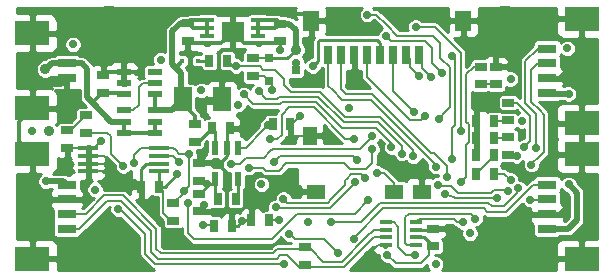
<source format=gbl>
G04 (created by PCBNEW (2013-mar-13)-testing) date Mon 17 Mar 2014 09:42:44 PM CET*
%MOIN*%
G04 Gerber Fmt 3.4, Leading zero omitted, Abs format*
%FSLAX34Y34*%
G01*
G70*
G90*
G04 APERTURE LIST*
%ADD10C,0.005906*%
%ADD11R,0.060000X0.080000*%
%ADD12R,0.048031X0.024409*%
%ADD13R,0.024409X0.048031*%
%ADD14R,0.039370X0.017717*%
%ADD15R,0.074016X0.066142*%
%ADD16R,0.047244X0.016535*%
%ADD17R,0.031496X0.031496*%
%ADD18C,0.175197*%
%ADD19R,0.025591X0.039370*%
%ADD20R,0.039370X0.025591*%
%ADD21R,0.055118X0.066929*%
%ADD22R,0.031496X0.059055*%
%ADD23R,0.045276X0.059055*%
%ADD24R,0.059055X0.045276*%
%ADD25R,0.062992X0.031496*%
%ADD26R,0.118110X0.082677*%
%ADD27R,0.013780X0.013780*%
%ADD28R,0.070079X0.016535*%
%ADD29C,0.027795*%
%ADD30C,0.035433*%
%ADD31C,0.008000*%
%ADD32C,0.010000*%
%ADD33C,0.020000*%
%ADD34C,0.014000*%
%ADD35C,0.012000*%
G04 APERTURE END LIST*
G54D10*
G54D11*
X19606Y-13444D03*
X18306Y-13444D03*
G54D12*
X17370Y-12539D03*
X17370Y-12913D03*
X16338Y-12539D03*
X17370Y-13287D03*
X16338Y-12913D03*
X16338Y-13287D03*
G54D13*
X19389Y-16090D03*
X20137Y-16090D03*
X20137Y-15059D03*
X19763Y-15059D03*
X19389Y-15059D03*
G54D14*
X25059Y-17539D03*
X25059Y-17795D03*
X25059Y-18051D03*
X25059Y-18307D03*
X26082Y-18307D03*
X26082Y-18051D03*
X26082Y-17795D03*
X26082Y-17539D03*
G54D15*
X19965Y-11203D03*
G54D16*
X19110Y-10820D03*
X19110Y-11075D03*
X19110Y-11331D03*
X19110Y-11587D03*
X20820Y-11587D03*
X20820Y-11331D03*
X20820Y-11075D03*
X20820Y-10820D03*
G54D12*
X17370Y-13818D03*
X17370Y-14192D03*
X16338Y-13818D03*
X17370Y-14566D03*
X16338Y-14192D03*
X16338Y-14566D03*
G54D17*
X22066Y-12460D03*
X21161Y-12086D03*
X21161Y-12834D03*
G54D18*
X29035Y-11220D03*
X29035Y-18307D03*
X15846Y-18307D03*
X15846Y-11220D03*
G54D19*
X16909Y-16358D03*
X17500Y-16358D03*
X21299Y-14271D03*
X21889Y-14271D03*
X28090Y-15314D03*
X28681Y-15314D03*
X21181Y-17480D03*
X20590Y-17480D03*
X19940Y-17657D03*
X19350Y-17657D03*
G54D20*
X26653Y-17755D03*
X26653Y-18346D03*
X18460Y-11495D03*
X18460Y-10904D03*
X21540Y-11515D03*
X21540Y-10924D03*
G54D19*
X28090Y-14744D03*
X28681Y-14744D03*
G54D20*
X22381Y-18976D03*
X22381Y-18385D03*
G54D19*
X19192Y-12165D03*
X19783Y-12165D03*
G54D20*
X18700Y-14271D03*
X18700Y-14862D03*
G54D19*
X19862Y-14409D03*
X19271Y-14409D03*
X20059Y-16771D03*
X19468Y-16771D03*
G54D20*
X18858Y-17185D03*
X18858Y-16594D03*
X18858Y-15570D03*
X18858Y-16161D03*
X15649Y-12637D03*
X15649Y-13228D03*
X17992Y-16909D03*
X17992Y-17500D03*
G54D19*
X28090Y-14173D03*
X28681Y-14173D03*
G54D20*
X28228Y-12952D03*
X28228Y-12362D03*
X15059Y-13976D03*
X15059Y-14566D03*
X20629Y-12677D03*
X20629Y-12086D03*
G54D19*
X28070Y-15925D03*
X28661Y-15925D03*
G54D20*
X28740Y-12362D03*
X28740Y-12952D03*
X29153Y-14704D03*
X29153Y-15295D03*
X29153Y-14153D03*
X29153Y-13562D03*
X14448Y-15059D03*
X14448Y-14468D03*
G54D21*
X22578Y-10826D03*
G54D22*
X24448Y-11968D03*
X24015Y-11968D03*
X23149Y-11968D03*
X23582Y-11968D03*
X25314Y-11968D03*
X24881Y-11968D03*
X25748Y-11968D03*
X26181Y-11968D03*
G54D21*
X27657Y-10826D03*
G54D23*
X22529Y-14665D03*
G54D24*
X22755Y-16525D03*
X25354Y-16525D03*
X26259Y-16525D03*
G54D25*
X14429Y-16289D03*
X14429Y-16781D03*
X14429Y-17273D03*
X14429Y-17765D03*
G54D26*
X13287Y-18769D03*
X13287Y-15285D03*
G54D25*
X30452Y-17765D03*
X30452Y-17273D03*
X30452Y-16781D03*
X30452Y-16289D03*
G54D26*
X31594Y-15285D03*
X31594Y-18769D03*
G54D25*
X30452Y-13238D03*
X30452Y-12746D03*
X30452Y-12253D03*
X30452Y-11761D03*
G54D26*
X31594Y-10757D03*
X31594Y-14242D03*
G54D25*
X14429Y-12253D03*
X14429Y-12746D03*
G54D26*
X13287Y-13750D03*
X13287Y-11250D03*
G54D27*
X18277Y-12165D03*
X18809Y-12165D03*
G54D28*
X17496Y-15846D03*
X17496Y-15590D03*
X17496Y-15078D03*
X17496Y-15334D03*
X15157Y-15334D03*
X15157Y-15078D03*
X15157Y-15590D03*
X15157Y-15846D03*
G54D29*
X28051Y-17421D03*
X27637Y-17539D03*
X21141Y-14311D03*
X29685Y-15039D03*
X29429Y-15334D03*
X16141Y-17106D03*
X21673Y-18937D03*
X26732Y-18937D03*
X15374Y-16456D03*
X14645Y-11614D03*
X24448Y-10629D03*
X26830Y-14094D03*
X26377Y-14015D03*
X26023Y-13877D03*
X27106Y-16023D03*
X26732Y-15688D03*
X26574Y-12696D03*
X26161Y-12677D03*
X24780Y-15900D03*
X27559Y-16220D03*
X21259Y-13149D03*
X29232Y-16141D03*
X27283Y-12007D03*
X27283Y-15452D03*
X25078Y-11338D03*
X26929Y-12559D03*
X26062Y-11043D03*
X27559Y-14488D03*
X24015Y-14763D03*
X21220Y-14780D03*
X18464Y-16909D03*
X24488Y-16811D03*
X18188Y-15551D03*
X24606Y-15118D03*
X20511Y-15728D03*
X16685Y-15559D03*
X18346Y-16496D03*
X18503Y-15255D03*
X19901Y-15610D03*
X24606Y-14685D03*
X24035Y-16220D03*
X21397Y-17047D03*
X24389Y-16082D03*
X21653Y-16771D03*
X21850Y-17933D03*
X23484Y-18562D03*
X18110Y-15944D03*
X18917Y-13149D03*
X19094Y-16279D03*
X20925Y-16279D03*
X20157Y-13622D03*
X27027Y-16614D03*
X28779Y-16732D03*
X26811Y-16299D03*
X29133Y-16496D03*
X23996Y-18090D03*
X23248Y-17539D03*
X29488Y-16417D03*
X29881Y-16791D03*
X30059Y-15059D03*
X29921Y-15629D03*
X25610Y-15255D03*
X20826Y-13169D03*
X20334Y-13287D03*
X25255Y-15039D03*
G54D30*
X13838Y-14507D03*
G54D29*
X31122Y-11751D03*
X31161Y-13267D03*
X31161Y-16279D03*
X13740Y-16181D03*
X13267Y-14507D03*
X17559Y-12125D03*
X21358Y-15531D03*
X24114Y-15472D03*
G54D30*
X13720Y-12440D03*
G54D29*
X25984Y-15354D03*
X20078Y-12342D03*
X15586Y-14826D03*
X18897Y-12716D03*
X19023Y-16960D03*
G54D30*
X13740Y-12933D03*
X14212Y-10748D03*
G54D29*
X17362Y-17007D03*
X22204Y-13996D03*
X20826Y-14074D03*
X19015Y-15275D03*
X21870Y-16456D03*
G54D30*
X18956Y-13582D03*
G54D29*
X16692Y-16240D03*
X20275Y-17519D03*
X18228Y-18149D03*
X26259Y-16003D03*
X27401Y-18779D03*
X21555Y-11811D03*
X24488Y-18641D03*
X22027Y-12933D03*
X28307Y-13740D03*
X29606Y-14665D03*
X21692Y-16062D03*
X23858Y-12992D03*
X31102Y-12500D03*
X31102Y-17027D03*
X13779Y-17027D03*
X26043Y-18641D03*
X22637Y-12342D03*
X22086Y-12224D03*
X18976Y-17637D03*
X21496Y-17460D03*
X16318Y-15669D03*
X29606Y-14173D03*
G54D30*
X22066Y-11791D03*
G54D29*
X29232Y-12775D03*
X23858Y-13740D03*
X22480Y-17539D03*
X27874Y-17913D03*
X25118Y-18641D03*
G54D31*
X27893Y-17263D02*
X25826Y-17263D01*
X28051Y-17421D02*
X27893Y-17263D01*
X25787Y-18307D02*
X26082Y-18307D01*
X25708Y-18228D02*
X25787Y-18307D01*
X25708Y-17381D02*
X25708Y-18228D01*
X25826Y-17263D02*
X25708Y-17381D01*
X27637Y-17539D02*
X27440Y-17539D01*
X27440Y-17539D02*
X27342Y-17440D01*
X26929Y-17440D02*
X26181Y-17440D01*
X26948Y-17440D02*
X26929Y-17440D01*
X27342Y-17440D02*
X26948Y-17440D01*
X26181Y-17440D02*
X26082Y-17539D01*
X21141Y-14311D02*
X21259Y-14311D01*
X21259Y-14311D02*
X21299Y-14271D01*
X20295Y-15059D02*
X20393Y-15059D01*
X20393Y-15059D02*
X20984Y-14468D01*
X20984Y-14468D02*
X21141Y-14311D01*
X20137Y-15059D02*
X20295Y-15059D01*
X29685Y-15039D02*
X29881Y-14842D01*
X29448Y-13562D02*
X29153Y-13562D01*
X29881Y-13996D02*
X29448Y-13562D01*
X29881Y-14842D02*
X29881Y-13996D01*
X29389Y-15295D02*
X29153Y-15295D01*
X29429Y-15334D02*
X29389Y-15295D01*
X16200Y-17106D02*
X16141Y-17106D01*
X17047Y-17952D02*
X16200Y-17106D01*
X17047Y-18602D02*
X17047Y-17952D01*
X17381Y-18937D02*
X17047Y-18602D01*
X21673Y-18937D02*
X17381Y-18937D01*
X24744Y-10629D02*
X24448Y-10629D01*
X26653Y-11338D02*
X26722Y-11407D01*
X25452Y-11338D02*
X25098Y-10984D01*
X26653Y-11338D02*
X25452Y-11338D01*
X25098Y-10984D02*
X24744Y-10629D01*
X27076Y-13848D02*
X27204Y-13720D01*
X26889Y-11574D02*
X26722Y-11407D01*
X26722Y-11407D02*
X26712Y-11397D01*
X26889Y-12066D02*
X26889Y-11574D01*
X27204Y-12381D02*
X26889Y-12066D01*
X27204Y-13720D02*
X27204Y-12381D01*
X26830Y-14094D02*
X27076Y-13848D01*
X27076Y-13848D02*
X27086Y-13838D01*
X24448Y-12716D02*
X24448Y-11968D01*
X25885Y-14153D02*
X24448Y-12716D01*
X26240Y-14153D02*
X25885Y-14153D01*
X26377Y-14015D02*
X26240Y-14153D01*
X25314Y-13169D02*
X25314Y-11968D01*
X26023Y-13877D02*
X25314Y-13169D01*
X26663Y-15226D02*
X26564Y-15226D01*
X26564Y-15226D02*
X24606Y-13267D01*
X27106Y-15669D02*
X26663Y-15226D01*
X27106Y-16023D02*
X27106Y-15669D01*
X24330Y-13267D02*
X24606Y-13267D01*
X23740Y-13267D02*
X23582Y-13110D01*
X23582Y-13110D02*
X23582Y-11968D01*
X24330Y-13267D02*
X23740Y-13267D01*
X26633Y-15533D02*
X26732Y-15632D01*
X26732Y-15632D02*
X26732Y-15688D01*
X24560Y-13460D02*
X26633Y-15533D01*
X24360Y-13464D02*
X24364Y-13460D01*
X24364Y-13460D02*
X24560Y-13460D01*
X24291Y-13464D02*
X24360Y-13464D01*
X23307Y-13149D02*
X23149Y-12992D01*
X23622Y-13464D02*
X24291Y-13464D01*
X23622Y-13464D02*
X23307Y-13149D01*
X23149Y-11968D02*
X23149Y-12992D01*
X26633Y-15533D02*
X26633Y-15531D01*
X26574Y-12696D02*
X26279Y-12401D01*
X26279Y-12066D02*
X26181Y-11968D01*
X26279Y-12401D02*
X26279Y-12066D01*
X26161Y-12677D02*
X25866Y-12381D01*
X25866Y-12086D02*
X25748Y-11968D01*
X25866Y-12381D02*
X25866Y-12086D01*
X25354Y-16525D02*
X25354Y-16234D01*
X25020Y-15900D02*
X24780Y-15900D01*
X25354Y-16234D02*
X25020Y-15900D01*
X27834Y-14271D02*
X27834Y-14881D01*
X27834Y-14881D02*
X27755Y-14960D01*
X28011Y-12362D02*
X28110Y-12362D01*
X27755Y-12618D02*
X27755Y-14192D01*
X28011Y-12362D02*
X27755Y-12618D01*
X27755Y-14192D02*
X27834Y-14271D01*
X27755Y-16023D02*
X27755Y-14960D01*
X27559Y-16220D02*
X27755Y-16023D01*
X20629Y-12677D02*
X21003Y-12677D01*
X21003Y-12677D02*
X21161Y-12834D01*
X21259Y-13149D02*
X21259Y-12933D01*
X21259Y-12933D02*
X21161Y-12834D01*
X29232Y-16141D02*
X29015Y-15925D01*
X29015Y-15925D02*
X28661Y-15925D01*
X27283Y-12007D02*
X27381Y-12106D01*
X27381Y-14291D02*
X27283Y-14389D01*
X27381Y-12106D02*
X27381Y-14291D01*
X27283Y-15452D02*
X27283Y-14389D01*
X27244Y-15413D02*
X27283Y-15452D01*
X26387Y-11505D02*
X25246Y-11505D01*
X25246Y-11505D02*
X25078Y-11338D01*
X26614Y-11751D02*
X26614Y-11732D01*
X26614Y-11732D02*
X26387Y-11505D01*
X26929Y-12559D02*
X26614Y-12244D01*
X26614Y-12244D02*
X26614Y-11751D01*
X26712Y-11043D02*
X26811Y-11141D01*
X26062Y-11043D02*
X26712Y-11043D01*
X27559Y-11889D02*
X26811Y-11141D01*
X27559Y-14488D02*
X27559Y-11889D01*
X22106Y-13720D02*
X21830Y-13720D01*
X21440Y-14780D02*
X21220Y-14780D01*
X21594Y-14625D02*
X21440Y-14780D01*
X21594Y-13956D02*
X21594Y-14625D01*
X21830Y-13720D02*
X21594Y-13956D01*
X22677Y-13720D02*
X22106Y-13720D01*
X24015Y-14763D02*
X23720Y-14763D01*
X23720Y-14763D02*
X22677Y-13720D01*
X18464Y-16909D02*
X18464Y-17913D01*
X18661Y-18110D02*
X18799Y-18110D01*
X18464Y-17913D02*
X18661Y-18110D01*
X18917Y-18110D02*
X18799Y-18110D01*
X21259Y-18110D02*
X18917Y-18110D01*
X22106Y-17263D02*
X21259Y-18110D01*
X24035Y-17263D02*
X22106Y-17263D01*
X24488Y-16811D02*
X24035Y-17263D01*
X17496Y-15334D02*
X17972Y-15334D01*
X17972Y-15334D02*
X18188Y-15551D01*
X20511Y-15728D02*
X20984Y-15728D01*
X20984Y-15728D02*
X21082Y-15826D01*
X21496Y-15826D02*
X21082Y-15826D01*
X21496Y-15826D02*
X21751Y-15570D01*
X21751Y-15570D02*
X23681Y-15570D01*
X23681Y-15570D02*
X23877Y-15767D01*
X24606Y-15570D02*
X24606Y-15118D01*
X24409Y-15767D02*
X24606Y-15570D01*
X23877Y-15767D02*
X24409Y-15767D01*
X16685Y-15559D02*
X16685Y-15303D01*
X16909Y-15078D02*
X17496Y-15078D01*
X16685Y-15303D02*
X16909Y-15078D01*
X17496Y-15078D02*
X17992Y-15078D01*
X18169Y-15255D02*
X18065Y-15152D01*
X18169Y-15255D02*
X18503Y-15255D01*
X17992Y-15078D02*
X18065Y-15152D01*
X18346Y-16496D02*
X18346Y-16555D01*
X18346Y-16555D02*
X17992Y-16909D01*
X18503Y-15255D02*
X18503Y-16338D01*
X18503Y-16338D02*
X18346Y-16496D01*
X19921Y-15590D02*
X19901Y-15610D01*
X21003Y-15393D02*
X21220Y-15177D01*
X20413Y-15393D02*
X20216Y-15590D01*
X20433Y-15393D02*
X20413Y-15393D01*
X21003Y-15393D02*
X20433Y-15393D01*
X20216Y-15590D02*
X19921Y-15590D01*
X24606Y-14704D02*
X24212Y-15098D01*
X24606Y-14685D02*
X24606Y-14704D01*
X21574Y-15098D02*
X24212Y-15098D01*
X21299Y-15098D02*
X21220Y-15177D01*
X21574Y-15098D02*
X21299Y-15098D01*
X24035Y-16220D02*
X24037Y-16222D01*
X21417Y-17066D02*
X21968Y-17066D01*
X21397Y-17047D02*
X21417Y-17066D01*
X24100Y-16160D02*
X24037Y-16222D01*
X24037Y-16222D02*
X23193Y-17066D01*
X23193Y-17066D02*
X21968Y-17066D01*
X23709Y-16150D02*
X23709Y-16310D01*
X23709Y-16310D02*
X23248Y-16771D01*
X24250Y-15943D02*
X23916Y-15943D01*
X24389Y-16082D02*
X24250Y-15943D01*
X23248Y-16771D02*
X23129Y-16889D01*
X23129Y-16889D02*
X21771Y-16889D01*
X21771Y-16889D02*
X21653Y-16771D01*
X23760Y-16100D02*
X23709Y-16150D01*
X23760Y-16100D02*
X23916Y-15943D01*
X21860Y-17933D02*
X22027Y-18100D01*
X21850Y-17933D02*
X21860Y-17933D01*
X23021Y-18100D02*
X22027Y-18100D01*
X23484Y-18562D02*
X23021Y-18100D01*
G54D32*
X17496Y-15846D02*
X17496Y-16354D01*
X17496Y-16354D02*
X17500Y-16358D01*
X17696Y-16358D02*
X17500Y-16358D01*
X18110Y-15944D02*
X17696Y-16358D01*
G54D31*
X17992Y-17500D02*
X17913Y-17500D01*
X17913Y-17500D02*
X17657Y-17244D01*
X17657Y-17244D02*
X17657Y-16515D01*
X17657Y-16515D02*
X17500Y-16358D01*
G54D32*
X19291Y-16279D02*
X19094Y-16279D01*
X19389Y-16090D02*
X19389Y-16181D01*
X19389Y-16181D02*
X19291Y-16279D01*
X19094Y-16279D02*
X19094Y-16358D01*
X19094Y-16358D02*
X18858Y-16594D01*
X19094Y-16259D02*
X18858Y-16161D01*
X19094Y-16259D02*
X19094Y-16279D01*
X19389Y-16090D02*
X19389Y-16692D01*
X19389Y-16692D02*
X19468Y-16771D01*
G54D31*
X27421Y-16732D02*
X28779Y-16732D01*
X27027Y-16614D02*
X27421Y-16732D01*
X27351Y-16447D02*
X27459Y-16555D01*
X28562Y-16555D02*
X28661Y-16456D01*
X27459Y-16555D02*
X28562Y-16555D01*
X26851Y-16340D02*
X27244Y-16340D01*
X26851Y-16340D02*
X26811Y-16299D01*
X29133Y-16496D02*
X29094Y-16456D01*
X29094Y-16456D02*
X28661Y-16456D01*
X27360Y-16456D02*
X27351Y-16447D01*
X27351Y-16447D02*
X27244Y-16340D01*
X27225Y-16340D02*
X27244Y-16340D01*
X27244Y-16340D02*
X27244Y-16340D01*
X23996Y-18090D02*
X23996Y-18070D01*
X23996Y-18070D02*
X24980Y-17086D01*
X24980Y-17086D02*
X28326Y-17086D01*
X28326Y-17086D02*
X28440Y-17200D01*
X29990Y-16289D02*
X29080Y-17200D01*
X29080Y-17200D02*
X28440Y-17200D01*
X30452Y-16289D02*
X29990Y-16289D01*
X24232Y-17539D02*
X23248Y-17539D01*
X24862Y-16909D02*
X24330Y-17440D01*
X28484Y-16909D02*
X28594Y-17020D01*
X24862Y-16909D02*
X28484Y-16909D01*
X29447Y-16458D02*
X29447Y-16572D01*
X29488Y-16417D02*
X29447Y-16458D01*
X29000Y-17020D02*
X28594Y-17020D01*
X29447Y-16572D02*
X29000Y-17020D01*
X24330Y-17440D02*
X24232Y-17539D01*
X30442Y-16791D02*
X30452Y-16781D01*
X29881Y-16791D02*
X30442Y-16791D01*
X30036Y-13895D02*
X30059Y-13917D01*
X30452Y-11761D02*
X30127Y-11761D01*
X29724Y-12165D02*
X30127Y-11761D01*
X29724Y-13562D02*
X29724Y-12165D01*
X29724Y-13582D02*
X30036Y-13895D01*
X29724Y-13562D02*
X29724Y-13582D01*
X30059Y-13917D02*
X30059Y-15059D01*
X30196Y-15334D02*
X30334Y-15196D01*
X29921Y-15610D02*
X30196Y-15334D01*
X30147Y-12253D02*
X30452Y-12253D01*
X30147Y-12253D02*
X29921Y-12480D01*
X29921Y-12480D02*
X29921Y-13543D01*
X29921Y-13543D02*
X30196Y-13818D01*
X30334Y-13956D02*
X30196Y-13818D01*
X30334Y-15196D02*
X30334Y-13956D01*
X29921Y-15629D02*
X29921Y-15610D01*
X29921Y-15610D02*
X29921Y-15629D01*
X21692Y-13366D02*
X21496Y-13366D01*
X23740Y-14212D02*
X23661Y-14212D01*
X23661Y-14212D02*
X22814Y-13366D01*
X25610Y-15255D02*
X25610Y-15000D01*
X24822Y-14212D02*
X23740Y-14212D01*
X25610Y-15000D02*
X24822Y-14212D01*
X22224Y-13366D02*
X21692Y-13366D01*
X22224Y-13366D02*
X22814Y-13366D01*
X21082Y-13425D02*
X20826Y-13169D01*
X21437Y-13425D02*
X21082Y-13425D01*
X21496Y-13366D02*
X21437Y-13425D01*
X21614Y-13543D02*
X21555Y-13602D01*
X21555Y-13602D02*
X20649Y-13602D01*
X20649Y-13602D02*
X20334Y-13287D01*
X22785Y-13572D02*
X22755Y-13543D01*
X22755Y-13543D02*
X21732Y-13543D01*
X23641Y-14389D02*
X23602Y-14389D01*
X23602Y-14389D02*
X22785Y-13572D01*
X25255Y-15039D02*
X25255Y-14901D01*
X24744Y-14389D02*
X23641Y-14389D01*
X25255Y-14901D02*
X24744Y-14389D01*
X21732Y-13543D02*
X21614Y-13543D01*
G54D33*
X13740Y-16181D02*
X14320Y-16181D01*
X14320Y-16181D02*
X14429Y-16289D01*
X31161Y-13267D02*
X30482Y-13267D01*
X30482Y-13267D02*
X30452Y-13238D01*
X31161Y-16279D02*
X31437Y-16555D01*
X31151Y-17765D02*
X30452Y-17765D01*
X31437Y-17480D02*
X31151Y-17765D01*
X31437Y-16555D02*
X31437Y-17480D01*
G54D34*
X14429Y-16289D02*
X14320Y-16181D01*
G54D31*
X21555Y-15334D02*
X21358Y-15531D01*
X21771Y-15334D02*
X21555Y-15334D01*
X24114Y-15472D02*
X23976Y-15334D01*
X23976Y-15334D02*
X21771Y-15334D01*
X21771Y-15334D02*
X21751Y-15334D01*
G54D32*
X15649Y-13228D02*
X15590Y-13228D01*
X15590Y-13228D02*
X15275Y-13543D01*
G54D33*
X16338Y-14192D02*
X15925Y-14192D01*
X15925Y-14192D02*
X15275Y-13543D01*
X15118Y-13385D02*
X15118Y-12893D01*
X15118Y-12893D02*
X15118Y-12440D01*
X14931Y-12253D02*
X14429Y-12253D01*
X15118Y-12440D02*
X14931Y-12253D01*
X15275Y-13543D02*
X15118Y-13385D01*
X14429Y-12253D02*
X13927Y-12253D01*
X13927Y-12253D02*
X13740Y-12440D01*
X13740Y-12440D02*
X13720Y-12440D01*
G54D34*
X16338Y-14566D02*
X16338Y-14192D01*
X17370Y-14192D02*
X17370Y-14566D01*
X17370Y-14566D02*
X16338Y-14566D01*
G54D35*
X15649Y-13228D02*
X16279Y-13228D01*
X16279Y-13228D02*
X16338Y-13287D01*
G54D34*
X18277Y-12165D02*
X18277Y-12183D01*
X18277Y-12183D02*
X18062Y-12397D01*
G54D33*
X18248Y-12582D02*
X18062Y-12397D01*
X18062Y-12397D02*
X17952Y-12287D01*
X17952Y-12287D02*
X17952Y-12047D01*
G54D34*
X18700Y-14271D02*
X18700Y-13996D01*
X18306Y-13601D02*
X18306Y-13444D01*
X18700Y-13996D02*
X18306Y-13601D01*
G54D35*
X17370Y-13287D02*
X17370Y-13818D01*
G54D33*
X17370Y-13818D02*
X17932Y-13818D01*
X17932Y-13818D02*
X18306Y-13444D01*
X18460Y-10904D02*
X18229Y-10904D01*
X18229Y-10904D02*
X17952Y-11181D01*
X17952Y-11181D02*
X17952Y-12047D01*
X18248Y-12582D02*
X18248Y-13386D01*
X18248Y-13386D02*
X18306Y-13444D01*
G54D34*
X19110Y-11075D02*
X18631Y-11075D01*
X18631Y-11075D02*
X18460Y-10904D01*
X19110Y-10820D02*
X18544Y-10820D01*
X18544Y-10820D02*
X18460Y-10904D01*
X19110Y-11331D02*
X19110Y-10820D01*
G54D32*
X20078Y-12342D02*
X19960Y-12342D01*
X19960Y-12342D02*
X19783Y-12165D01*
G54D31*
X22913Y-13228D02*
X22888Y-13203D01*
X22888Y-13203D02*
X22150Y-13203D01*
X21870Y-13169D02*
X21904Y-13203D01*
X20866Y-12342D02*
X20984Y-12460D01*
X20984Y-12460D02*
X21377Y-12460D01*
X21377Y-12460D02*
X21673Y-12755D01*
X21673Y-12755D02*
X21673Y-12972D01*
X21673Y-12972D02*
X21870Y-13169D01*
X20078Y-12342D02*
X20866Y-12342D01*
X21904Y-13203D02*
X22150Y-13203D01*
X23720Y-14035D02*
X22913Y-13228D01*
X25984Y-15354D02*
X25984Y-15137D01*
X24881Y-14035D02*
X23720Y-14035D01*
X25984Y-15137D02*
X24881Y-14035D01*
G54D32*
X17496Y-15590D02*
X17086Y-15590D01*
X16909Y-15767D02*
X16909Y-16358D01*
X17086Y-15590D02*
X16909Y-15767D01*
G54D31*
X15157Y-15334D02*
X15688Y-15334D01*
X15688Y-15334D02*
X15748Y-15393D01*
X15157Y-15590D02*
X15787Y-15590D01*
X15157Y-15846D02*
X15807Y-15846D01*
X15157Y-15078D02*
X14468Y-15078D01*
X14468Y-15078D02*
X14448Y-15059D01*
X15586Y-14826D02*
X15334Y-15078D01*
X15334Y-15078D02*
X15157Y-15078D01*
G54D32*
X18858Y-17185D02*
X18858Y-17125D01*
X18858Y-17125D02*
X19023Y-16960D01*
G54D31*
X22529Y-14665D02*
X21960Y-14665D01*
X21889Y-14594D02*
X21889Y-14271D01*
X21960Y-14665D02*
X21889Y-14594D01*
G54D34*
X13287Y-15285D02*
X12838Y-14836D01*
X12838Y-14198D02*
X13287Y-13750D01*
X12838Y-14836D02*
X12838Y-14198D01*
G54D33*
X14429Y-12746D02*
X14242Y-12933D01*
X14242Y-12933D02*
X13740Y-12933D01*
G54D35*
X22578Y-10826D02*
X22342Y-10590D01*
X22342Y-10590D02*
X22047Y-10590D01*
G54D34*
X18460Y-11495D02*
X18552Y-11587D01*
X18552Y-11587D02*
X19110Y-11587D01*
X20820Y-11587D02*
X21467Y-11587D01*
X21467Y-11587D02*
X21540Y-11515D01*
X20820Y-11587D02*
X20349Y-11587D01*
X20349Y-11587D02*
X19965Y-11203D01*
X19110Y-11587D02*
X19581Y-11587D01*
X19581Y-11587D02*
X19965Y-11203D01*
G54D31*
X21889Y-14271D02*
X21929Y-14271D01*
X21929Y-14271D02*
X22204Y-13996D01*
G54D32*
X19763Y-15059D02*
X19763Y-15354D01*
X19547Y-15570D02*
X19448Y-15570D01*
X19763Y-15354D02*
X19547Y-15570D01*
X20492Y-14409D02*
X19862Y-14409D01*
X20826Y-14074D02*
X20492Y-14409D01*
X19015Y-15275D02*
X19015Y-15413D01*
X19015Y-15413D02*
X18858Y-15570D01*
X19468Y-13582D02*
X18956Y-13582D01*
X19606Y-13444D02*
X19468Y-13582D01*
X18858Y-15570D02*
X19448Y-15570D01*
G54D31*
X16692Y-16240D02*
X16791Y-16240D01*
X16791Y-16240D02*
X16909Y-16358D01*
G54D32*
X18228Y-18149D02*
X18149Y-18149D01*
X20590Y-17480D02*
X20314Y-17480D01*
X20137Y-17657D02*
X20275Y-17519D01*
X20137Y-17657D02*
X19940Y-17657D01*
X20314Y-17480D02*
X20275Y-17519D01*
G54D31*
X26259Y-16525D02*
X26259Y-16003D01*
G54D35*
X16338Y-12539D02*
X15748Y-12539D01*
X15748Y-12539D02*
X15649Y-12637D01*
G54D32*
X16338Y-12539D02*
X16338Y-12913D01*
X21540Y-11515D02*
X21540Y-11795D01*
X21540Y-11795D02*
X21555Y-11811D01*
G54D31*
X25059Y-18307D02*
X24822Y-18307D01*
X24822Y-18307D02*
X24488Y-18641D01*
X28307Y-13740D02*
X28070Y-13976D01*
X28070Y-13976D02*
X28070Y-15334D01*
G54D32*
X24015Y-11968D02*
X24015Y-12834D01*
X24015Y-12834D02*
X23858Y-12992D01*
X26082Y-17795D02*
X26614Y-17795D01*
X26614Y-17795D02*
X26653Y-17755D01*
X19763Y-15059D02*
X19763Y-14507D01*
X19763Y-14507D02*
X19862Y-14409D01*
G54D35*
X30856Y-12746D02*
X30452Y-12746D01*
X31102Y-12500D02*
X30856Y-12746D01*
X30452Y-17273D02*
X30856Y-17273D01*
X30856Y-17273D02*
X31102Y-17027D01*
X14025Y-16781D02*
X14429Y-16781D01*
X13779Y-17027D02*
X14025Y-16781D01*
G54D32*
X19192Y-12165D02*
X18838Y-12165D01*
G54D31*
X14448Y-14468D02*
X14566Y-14468D01*
X14566Y-14468D02*
X15059Y-13976D01*
G54D32*
X20137Y-16090D02*
X20137Y-16692D01*
X20137Y-16692D02*
X20059Y-16771D01*
G54D31*
X25748Y-18641D02*
X25570Y-18464D01*
X26043Y-18641D02*
X25748Y-18641D01*
X25334Y-17539D02*
X25059Y-17539D01*
X25492Y-17696D02*
X25334Y-17539D01*
X25492Y-18385D02*
X25492Y-17696D01*
X25570Y-18464D02*
X25492Y-18385D01*
X28661Y-14744D02*
X29114Y-14744D01*
X29114Y-14744D02*
X29153Y-14704D01*
X28070Y-15925D02*
X28661Y-15334D01*
X28661Y-14173D02*
X29133Y-14173D01*
X29133Y-14173D02*
X29153Y-14153D01*
X17370Y-12913D02*
X16968Y-12913D01*
X16653Y-13818D02*
X16338Y-13818D01*
X16830Y-13641D02*
X16653Y-13818D01*
X16830Y-13051D02*
X16830Y-13641D01*
X16968Y-12913D02*
X16830Y-13051D01*
X28228Y-12952D02*
X28740Y-12952D01*
G54D32*
X18700Y-14862D02*
X18818Y-14862D01*
X18818Y-14862D02*
X19271Y-14409D01*
X19389Y-15059D02*
X19389Y-14527D01*
X19389Y-14527D02*
X19271Y-14409D01*
G54D31*
X23326Y-18858D02*
X23602Y-18858D01*
X23602Y-18858D02*
X24409Y-18051D01*
X23051Y-18858D02*
X22972Y-18858D01*
X15068Y-17273D02*
X14429Y-17273D01*
X15688Y-16653D02*
X15068Y-17273D01*
X16318Y-16653D02*
X15688Y-16653D01*
X17421Y-17755D02*
X16318Y-16653D01*
X17421Y-18425D02*
X17421Y-17755D01*
X17578Y-18582D02*
X17421Y-18425D01*
X21318Y-18582D02*
X17578Y-18582D01*
X21456Y-18444D02*
X21318Y-18582D01*
X22559Y-18444D02*
X21456Y-18444D01*
X22972Y-18858D02*
X22559Y-18444D01*
X25059Y-17795D02*
X24665Y-17795D01*
X23326Y-18858D02*
X23051Y-18858D01*
X23051Y-18858D02*
X23031Y-18858D01*
X24665Y-17795D02*
X24409Y-18051D01*
X24783Y-18051D02*
X24665Y-18051D01*
X24665Y-18051D02*
X23681Y-19035D01*
X22736Y-19035D02*
X22185Y-19035D01*
X14852Y-17765D02*
X14429Y-17765D01*
X15787Y-16830D02*
X14852Y-17765D01*
X16240Y-16830D02*
X15787Y-16830D01*
X17244Y-17834D02*
X16240Y-16830D01*
X17244Y-18523D02*
X17244Y-17834D01*
X17480Y-18759D02*
X17244Y-18523D01*
X21437Y-18759D02*
X17480Y-18759D01*
X21555Y-18641D02*
X21437Y-18759D01*
X21791Y-18641D02*
X21555Y-18641D01*
X22185Y-19035D02*
X21791Y-18641D01*
X25059Y-18051D02*
X24783Y-18051D01*
X23681Y-19035D02*
X22736Y-19035D01*
X22736Y-19035D02*
X22716Y-19035D01*
G54D32*
X22814Y-11811D02*
X22814Y-12165D01*
X22814Y-12165D02*
X22637Y-12342D01*
X22814Y-11811D02*
X22814Y-11515D01*
G54D31*
X22066Y-12460D02*
X22066Y-12244D01*
X22066Y-12244D02*
X22086Y-12224D01*
G54D32*
X24881Y-11574D02*
X24763Y-11456D01*
X24881Y-11574D02*
X24881Y-11968D01*
X22874Y-11456D02*
X22814Y-11515D01*
X24763Y-11456D02*
X22874Y-11456D01*
G54D31*
X18976Y-17637D02*
X19330Y-17637D01*
X19330Y-17637D02*
X19350Y-17657D01*
X21496Y-17460D02*
X21200Y-17460D01*
X21200Y-17460D02*
X21181Y-17480D01*
X21496Y-17460D02*
X21496Y-17500D01*
X15059Y-14566D02*
X15787Y-14566D01*
X15905Y-15255D02*
X16318Y-15669D01*
X15905Y-14685D02*
X15905Y-15255D01*
X15787Y-14566D02*
X15905Y-14685D01*
X20629Y-12086D02*
X21161Y-12086D01*
G54D32*
X21161Y-12086D02*
X21417Y-12086D01*
G54D33*
X22066Y-11279D02*
X22066Y-11417D01*
G54D34*
X20820Y-11075D02*
X21388Y-11075D01*
X21388Y-11075D02*
X21540Y-10924D01*
X20820Y-11331D02*
X20820Y-10820D01*
X20820Y-10820D02*
X21435Y-10820D01*
X21435Y-10820D02*
X21540Y-10924D01*
G54D33*
X21540Y-10924D02*
X21849Y-10924D01*
X21849Y-10924D02*
X22066Y-11141D01*
X22066Y-11141D02*
X22066Y-11279D01*
X22066Y-11279D02*
X22066Y-11791D01*
G54D32*
X21417Y-12086D02*
X21771Y-12086D01*
X21771Y-12086D02*
X22066Y-11791D01*
G54D35*
X21849Y-10924D02*
X22066Y-11141D01*
X22066Y-11141D02*
X22066Y-11791D01*
G54D31*
X25118Y-18641D02*
X25393Y-18917D01*
X25393Y-18917D02*
X26240Y-18917D01*
X26240Y-18917D02*
X26515Y-18641D01*
X26515Y-18641D02*
X26515Y-18484D01*
X26515Y-18484D02*
X26653Y-18346D01*
G54D32*
X26082Y-18051D02*
X26358Y-18051D01*
X26358Y-18051D02*
X26653Y-18346D01*
G54D10*
G36*
X14671Y-15887D02*
X14619Y-15887D01*
X14557Y-15950D01*
X14557Y-15978D01*
X14558Y-15981D01*
X14464Y-15981D01*
X14416Y-15950D01*
X14320Y-15931D01*
X13970Y-15931D01*
X14019Y-15910D01*
X14090Y-15840D01*
X14127Y-15748D01*
X14127Y-15406D01*
X14202Y-15436D01*
X14301Y-15437D01*
X14336Y-15437D01*
X14398Y-15374D01*
X14398Y-15109D01*
X14390Y-15109D01*
X14390Y-15009D01*
X14398Y-15009D01*
X14398Y-15001D01*
X14498Y-15001D01*
X14498Y-15009D01*
X14506Y-15009D01*
X14506Y-15109D01*
X14498Y-15109D01*
X14498Y-15374D01*
X14559Y-15435D01*
X14557Y-15438D01*
X14557Y-15458D01*
X14557Y-15458D01*
X14557Y-15462D01*
X14557Y-15466D01*
X14557Y-15466D01*
X14557Y-15486D01*
X14571Y-15500D01*
X14595Y-15558D01*
X14626Y-15590D01*
X14595Y-15622D01*
X14571Y-15680D01*
X14557Y-15694D01*
X14557Y-15714D01*
X14557Y-15714D01*
X14557Y-15718D01*
X14557Y-15722D01*
X14557Y-15722D01*
X14557Y-15742D01*
X14571Y-15756D01*
X14595Y-15814D01*
X14665Y-15885D01*
X14671Y-15887D01*
X14671Y-15887D01*
G37*
G54D32*
X14671Y-15887D02*
X14619Y-15887D01*
X14557Y-15950D01*
X14557Y-15978D01*
X14558Y-15981D01*
X14464Y-15981D01*
X14416Y-15950D01*
X14320Y-15931D01*
X13970Y-15931D01*
X14019Y-15910D01*
X14090Y-15840D01*
X14127Y-15748D01*
X14127Y-15406D01*
X14202Y-15436D01*
X14301Y-15437D01*
X14336Y-15437D01*
X14398Y-15374D01*
X14398Y-15109D01*
X14390Y-15109D01*
X14390Y-15009D01*
X14398Y-15009D01*
X14398Y-15001D01*
X14498Y-15001D01*
X14498Y-15009D01*
X14506Y-15009D01*
X14506Y-15109D01*
X14498Y-15109D01*
X14498Y-15374D01*
X14559Y-15435D01*
X14557Y-15438D01*
X14557Y-15458D01*
X14557Y-15458D01*
X14557Y-15462D01*
X14557Y-15466D01*
X14557Y-15466D01*
X14557Y-15486D01*
X14571Y-15500D01*
X14595Y-15558D01*
X14626Y-15590D01*
X14595Y-15622D01*
X14571Y-15680D01*
X14557Y-15694D01*
X14557Y-15714D01*
X14557Y-15714D01*
X14557Y-15718D01*
X14557Y-15722D01*
X14557Y-15722D01*
X14557Y-15742D01*
X14571Y-15756D01*
X14595Y-15814D01*
X14665Y-15885D01*
X14671Y-15887D01*
G54D10*
G36*
X17354Y-19121D02*
X14127Y-19121D01*
X14127Y-18306D01*
X14090Y-18214D01*
X14019Y-18144D01*
X13927Y-18106D01*
X13828Y-18106D01*
X13399Y-18106D01*
X13337Y-18168D01*
X13337Y-18719D01*
X14065Y-18719D01*
X14127Y-18657D01*
X14127Y-18306D01*
X14127Y-19121D01*
X14127Y-19121D01*
X14127Y-18882D01*
X14065Y-18819D01*
X13337Y-18819D01*
X13337Y-18827D01*
X13237Y-18827D01*
X13237Y-18819D01*
X13229Y-18819D01*
X13229Y-18719D01*
X13237Y-18719D01*
X13237Y-18168D01*
X13174Y-18106D01*
X12768Y-18106D01*
X12768Y-15948D01*
X13174Y-15948D01*
X13237Y-15886D01*
X13237Y-15335D01*
X13229Y-15335D01*
X13229Y-15235D01*
X13237Y-15235D01*
X13237Y-15227D01*
X13337Y-15227D01*
X13337Y-15235D01*
X13345Y-15235D01*
X13345Y-15335D01*
X13337Y-15335D01*
X13337Y-15886D01*
X13399Y-15948D01*
X13563Y-15948D01*
X13495Y-16017D01*
X13451Y-16123D01*
X13451Y-16238D01*
X13495Y-16344D01*
X13576Y-16425D01*
X13682Y-16470D01*
X13797Y-16470D01*
X13891Y-16431D01*
X13953Y-16431D01*
X13902Y-16482D01*
X13864Y-16574D01*
X13864Y-16668D01*
X13926Y-16731D01*
X14379Y-16731D01*
X14379Y-16723D01*
X14479Y-16723D01*
X14479Y-16731D01*
X14931Y-16731D01*
X14994Y-16668D01*
X14994Y-16574D01*
X14956Y-16482D01*
X14894Y-16420D01*
X14894Y-16417D01*
X14894Y-16179D01*
X15044Y-16179D01*
X15107Y-16116D01*
X15107Y-15887D01*
X15080Y-15887D01*
X15107Y-15860D01*
X15107Y-15805D01*
X15107Y-15631D01*
X15107Y-15604D01*
X15107Y-15576D01*
X15107Y-15549D01*
X15107Y-15375D01*
X15107Y-15348D01*
X15107Y-15320D01*
X15107Y-15293D01*
X15107Y-15120D01*
X15107Y-15064D01*
X15080Y-15037D01*
X15107Y-15037D01*
X15107Y-15020D01*
X15207Y-15020D01*
X15207Y-15037D01*
X15215Y-15037D01*
X15215Y-15056D01*
X15207Y-15064D01*
X15207Y-15120D01*
X15207Y-15293D01*
X15207Y-15320D01*
X15207Y-15348D01*
X15207Y-15375D01*
X15207Y-15549D01*
X15207Y-15576D01*
X15207Y-15604D01*
X15207Y-15631D01*
X15207Y-15805D01*
X15207Y-15860D01*
X15234Y-15887D01*
X15207Y-15887D01*
X15207Y-16116D01*
X15269Y-16179D01*
X15289Y-16179D01*
X15210Y-16211D01*
X15129Y-16292D01*
X15085Y-16398D01*
X15084Y-16513D01*
X15128Y-16620D01*
X15210Y-16701D01*
X15316Y-16745D01*
X15328Y-16745D01*
X14990Y-17083D01*
X14952Y-17083D01*
X14956Y-17080D01*
X14994Y-16988D01*
X14994Y-16893D01*
X14931Y-16831D01*
X14479Y-16831D01*
X14479Y-16839D01*
X14379Y-16839D01*
X14379Y-16831D01*
X13926Y-16831D01*
X13864Y-16893D01*
X13864Y-16988D01*
X13902Y-17080D01*
X13964Y-17142D01*
X13964Y-17145D01*
X13964Y-17460D01*
X13986Y-17515D01*
X13990Y-17519D01*
X13987Y-17523D01*
X13964Y-17578D01*
X13964Y-17637D01*
X13964Y-17952D01*
X13986Y-18008D01*
X14029Y-18050D01*
X14084Y-18073D01*
X14143Y-18073D01*
X14773Y-18073D01*
X14828Y-18050D01*
X14871Y-18008D01*
X14894Y-17953D01*
X14894Y-17947D01*
X14925Y-17941D01*
X14986Y-17900D01*
X15863Y-17023D01*
X15852Y-17048D01*
X15852Y-17163D01*
X15896Y-17269D01*
X15977Y-17351D01*
X16083Y-17395D01*
X16198Y-17395D01*
X16214Y-17388D01*
X16857Y-18031D01*
X16857Y-18602D01*
X16871Y-18675D01*
X16912Y-18736D01*
X17247Y-19071D01*
X17247Y-19071D01*
X17309Y-19112D01*
X17354Y-19121D01*
X17354Y-19121D01*
G37*
G54D32*
X17354Y-19121D02*
X14127Y-19121D01*
X14127Y-18306D01*
X14090Y-18214D01*
X14019Y-18144D01*
X13927Y-18106D01*
X13828Y-18106D01*
X13399Y-18106D01*
X13337Y-18168D01*
X13337Y-18719D01*
X14065Y-18719D01*
X14127Y-18657D01*
X14127Y-18306D01*
X14127Y-19121D01*
X14127Y-19121D01*
X14127Y-18882D01*
X14065Y-18819D01*
X13337Y-18819D01*
X13337Y-18827D01*
X13237Y-18827D01*
X13237Y-18819D01*
X13229Y-18819D01*
X13229Y-18719D01*
X13237Y-18719D01*
X13237Y-18168D01*
X13174Y-18106D01*
X12768Y-18106D01*
X12768Y-15948D01*
X13174Y-15948D01*
X13237Y-15886D01*
X13237Y-15335D01*
X13229Y-15335D01*
X13229Y-15235D01*
X13237Y-15235D01*
X13237Y-15227D01*
X13337Y-15227D01*
X13337Y-15235D01*
X13345Y-15235D01*
X13345Y-15335D01*
X13337Y-15335D01*
X13337Y-15886D01*
X13399Y-15948D01*
X13563Y-15948D01*
X13495Y-16017D01*
X13451Y-16123D01*
X13451Y-16238D01*
X13495Y-16344D01*
X13576Y-16425D01*
X13682Y-16470D01*
X13797Y-16470D01*
X13891Y-16431D01*
X13953Y-16431D01*
X13902Y-16482D01*
X13864Y-16574D01*
X13864Y-16668D01*
X13926Y-16731D01*
X14379Y-16731D01*
X14379Y-16723D01*
X14479Y-16723D01*
X14479Y-16731D01*
X14931Y-16731D01*
X14994Y-16668D01*
X14994Y-16574D01*
X14956Y-16482D01*
X14894Y-16420D01*
X14894Y-16417D01*
X14894Y-16179D01*
X15044Y-16179D01*
X15107Y-16116D01*
X15107Y-15887D01*
X15080Y-15887D01*
X15107Y-15860D01*
X15107Y-15805D01*
X15107Y-15631D01*
X15107Y-15604D01*
X15107Y-15576D01*
X15107Y-15549D01*
X15107Y-15375D01*
X15107Y-15348D01*
X15107Y-15320D01*
X15107Y-15293D01*
X15107Y-15120D01*
X15107Y-15064D01*
X15080Y-15037D01*
X15107Y-15037D01*
X15107Y-15020D01*
X15207Y-15020D01*
X15207Y-15037D01*
X15215Y-15037D01*
X15215Y-15056D01*
X15207Y-15064D01*
X15207Y-15120D01*
X15207Y-15293D01*
X15207Y-15320D01*
X15207Y-15348D01*
X15207Y-15375D01*
X15207Y-15549D01*
X15207Y-15576D01*
X15207Y-15604D01*
X15207Y-15631D01*
X15207Y-15805D01*
X15207Y-15860D01*
X15234Y-15887D01*
X15207Y-15887D01*
X15207Y-16116D01*
X15269Y-16179D01*
X15289Y-16179D01*
X15210Y-16211D01*
X15129Y-16292D01*
X15085Y-16398D01*
X15084Y-16513D01*
X15128Y-16620D01*
X15210Y-16701D01*
X15316Y-16745D01*
X15328Y-16745D01*
X14990Y-17083D01*
X14952Y-17083D01*
X14956Y-17080D01*
X14994Y-16988D01*
X14994Y-16893D01*
X14931Y-16831D01*
X14479Y-16831D01*
X14479Y-16839D01*
X14379Y-16839D01*
X14379Y-16831D01*
X13926Y-16831D01*
X13864Y-16893D01*
X13864Y-16988D01*
X13902Y-17080D01*
X13964Y-17142D01*
X13964Y-17145D01*
X13964Y-17460D01*
X13986Y-17515D01*
X13990Y-17519D01*
X13987Y-17523D01*
X13964Y-17578D01*
X13964Y-17637D01*
X13964Y-17952D01*
X13986Y-18008D01*
X14029Y-18050D01*
X14084Y-18073D01*
X14143Y-18073D01*
X14773Y-18073D01*
X14828Y-18050D01*
X14871Y-18008D01*
X14894Y-17953D01*
X14894Y-17947D01*
X14925Y-17941D01*
X14986Y-17900D01*
X15863Y-17023D01*
X15852Y-17048D01*
X15852Y-17163D01*
X15896Y-17269D01*
X15977Y-17351D01*
X16083Y-17395D01*
X16198Y-17395D01*
X16214Y-17388D01*
X16857Y-18031D01*
X16857Y-18602D01*
X16871Y-18675D01*
X16912Y-18736D01*
X17247Y-19071D01*
X17247Y-19071D01*
X17309Y-19112D01*
X17354Y-19121D01*
G54D10*
G36*
X17553Y-15613D02*
X17438Y-15613D01*
X17438Y-15567D01*
X17553Y-15567D01*
X17553Y-15613D01*
X17553Y-15613D01*
G37*
G54D32*
X17553Y-15613D02*
X17438Y-15613D01*
X17438Y-15567D01*
X17553Y-15567D01*
X17553Y-15613D01*
G54D10*
G36*
X19168Y-11629D02*
X19160Y-11629D01*
X19160Y-11645D01*
X19060Y-11645D01*
X19060Y-11629D01*
X19053Y-11629D01*
X19053Y-11564D01*
X19168Y-11564D01*
X19168Y-11629D01*
X19168Y-11629D01*
G37*
G54D32*
X19168Y-11629D02*
X19160Y-11629D01*
X19160Y-11645D01*
X19060Y-11645D01*
X19060Y-11629D01*
X19053Y-11629D01*
X19053Y-11564D01*
X19168Y-11564D01*
X19168Y-11629D01*
G54D10*
G36*
X19821Y-15109D02*
X19813Y-15109D01*
X19813Y-15116D01*
X19713Y-15116D01*
X19713Y-15109D01*
X19705Y-15109D01*
X19705Y-15009D01*
X19713Y-15009D01*
X19713Y-15001D01*
X19813Y-15001D01*
X19813Y-15009D01*
X19821Y-15009D01*
X19821Y-15109D01*
X19821Y-15109D01*
G37*
G54D32*
X19821Y-15109D02*
X19813Y-15109D01*
X19813Y-15116D01*
X19713Y-15116D01*
X19713Y-15109D01*
X19705Y-15109D01*
X19705Y-15009D01*
X19713Y-15009D01*
X19713Y-15001D01*
X19813Y-15001D01*
X19813Y-15009D01*
X19821Y-15009D01*
X19821Y-15109D01*
G54D10*
G36*
X20877Y-11629D02*
X20870Y-11629D01*
X20870Y-11645D01*
X20770Y-11645D01*
X20770Y-11629D01*
X20762Y-11629D01*
X20762Y-11564D01*
X20877Y-11564D01*
X20877Y-11629D01*
X20877Y-11629D01*
G37*
G54D32*
X20877Y-11629D02*
X20870Y-11629D01*
X20870Y-11645D01*
X20770Y-11645D01*
X20770Y-11629D01*
X20762Y-11629D01*
X20762Y-11564D01*
X20877Y-11564D01*
X20877Y-11629D01*
G54D10*
G36*
X21490Y-13792D02*
X21460Y-13822D01*
X21418Y-13883D01*
X21410Y-13924D01*
X21397Y-13924D01*
X21141Y-13924D01*
X21086Y-13947D01*
X21044Y-13989D01*
X21021Y-14044D01*
X21021Y-14048D01*
X20978Y-14065D01*
X20896Y-14147D01*
X20852Y-14253D01*
X20852Y-14331D01*
X20849Y-14334D01*
X20849Y-14334D01*
X20405Y-14778D01*
X20387Y-14734D01*
X20344Y-14691D01*
X20289Y-14668D01*
X20234Y-14668D01*
X20240Y-14656D01*
X20240Y-14556D01*
X20240Y-14521D01*
X20177Y-14459D01*
X19912Y-14459D01*
X19912Y-14467D01*
X19812Y-14467D01*
X19812Y-14459D01*
X19804Y-14459D01*
X19804Y-14359D01*
X19812Y-14359D01*
X19812Y-14351D01*
X19912Y-14351D01*
X19912Y-14359D01*
X20177Y-14359D01*
X20240Y-14296D01*
X20240Y-14262D01*
X20240Y-14162D01*
X20201Y-14070D01*
X20131Y-14000D01*
X20112Y-13992D01*
X20118Y-13986D01*
X20149Y-13911D01*
X20214Y-13911D01*
X20320Y-13867D01*
X20402Y-13785D01*
X20446Y-13679D01*
X20446Y-13667D01*
X20515Y-13736D01*
X20515Y-13736D01*
X20576Y-13777D01*
X20637Y-13789D01*
X20649Y-13792D01*
X20649Y-13792D01*
X20649Y-13792D01*
X21490Y-13792D01*
X21490Y-13792D01*
G37*
G54D32*
X21490Y-13792D02*
X21460Y-13822D01*
X21418Y-13883D01*
X21410Y-13924D01*
X21397Y-13924D01*
X21141Y-13924D01*
X21086Y-13947D01*
X21044Y-13989D01*
X21021Y-14044D01*
X21021Y-14048D01*
X20978Y-14065D01*
X20896Y-14147D01*
X20852Y-14253D01*
X20852Y-14331D01*
X20849Y-14334D01*
X20849Y-14334D01*
X20405Y-14778D01*
X20387Y-14734D01*
X20344Y-14691D01*
X20289Y-14668D01*
X20234Y-14668D01*
X20240Y-14656D01*
X20240Y-14556D01*
X20240Y-14521D01*
X20177Y-14459D01*
X19912Y-14459D01*
X19912Y-14467D01*
X19812Y-14467D01*
X19812Y-14459D01*
X19804Y-14459D01*
X19804Y-14359D01*
X19812Y-14359D01*
X19812Y-14351D01*
X19912Y-14351D01*
X19912Y-14359D01*
X20177Y-14359D01*
X20240Y-14296D01*
X20240Y-14262D01*
X20240Y-14162D01*
X20201Y-14070D01*
X20131Y-14000D01*
X20112Y-13992D01*
X20118Y-13986D01*
X20149Y-13911D01*
X20214Y-13911D01*
X20320Y-13867D01*
X20402Y-13785D01*
X20446Y-13679D01*
X20446Y-13667D01*
X20515Y-13736D01*
X20515Y-13736D01*
X20576Y-13777D01*
X20637Y-13789D01*
X20649Y-13792D01*
X20649Y-13792D01*
X20649Y-13792D01*
X21490Y-13792D01*
G54D10*
G36*
X21597Y-11565D02*
X21590Y-11565D01*
X21590Y-11573D01*
X21490Y-11573D01*
X21490Y-11565D01*
X21482Y-11565D01*
X21482Y-11465D01*
X21490Y-11465D01*
X21490Y-11457D01*
X21590Y-11457D01*
X21590Y-11465D01*
X21597Y-11465D01*
X21597Y-11565D01*
X21597Y-11565D01*
G37*
G54D32*
X21597Y-11565D02*
X21590Y-11565D01*
X21590Y-11573D01*
X21490Y-11573D01*
X21490Y-11565D01*
X21482Y-11565D01*
X21482Y-11465D01*
X21490Y-11465D01*
X21490Y-11457D01*
X21590Y-11457D01*
X21590Y-11465D01*
X21597Y-11465D01*
X21597Y-11565D01*
G54D10*
G36*
X21923Y-18254D02*
X21456Y-18254D01*
X21456Y-18254D01*
X21383Y-18269D01*
X21322Y-18310D01*
X21322Y-18310D01*
X21240Y-18392D01*
X17657Y-18392D01*
X17611Y-18346D01*
X17611Y-17755D01*
X17611Y-17755D01*
X17611Y-17755D01*
X17608Y-17741D01*
X17596Y-17683D01*
X17596Y-17683D01*
X17555Y-17621D01*
X17555Y-17621D01*
X16739Y-16805D01*
X16796Y-16805D01*
X16859Y-16742D01*
X16859Y-16408D01*
X16593Y-16408D01*
X16531Y-16470D01*
X16531Y-16505D01*
X16531Y-16597D01*
X16453Y-16519D01*
X16391Y-16478D01*
X16318Y-16463D01*
X15688Y-16463D01*
X15662Y-16468D01*
X15663Y-16399D01*
X15619Y-16293D01*
X15537Y-16211D01*
X15459Y-16179D01*
X15557Y-16179D01*
X15649Y-16140D01*
X15719Y-16070D01*
X15757Y-15978D01*
X15757Y-15950D01*
X15695Y-15887D01*
X15643Y-15887D01*
X15649Y-15885D01*
X15719Y-15814D01*
X15743Y-15756D01*
X15757Y-15742D01*
X15757Y-15722D01*
X15757Y-15722D01*
X15757Y-15718D01*
X15757Y-15714D01*
X15757Y-15714D01*
X15757Y-15694D01*
X15743Y-15680D01*
X15719Y-15622D01*
X15688Y-15590D01*
X15719Y-15558D01*
X15743Y-15500D01*
X15757Y-15486D01*
X15757Y-15466D01*
X15757Y-15466D01*
X15757Y-15462D01*
X15757Y-15458D01*
X15757Y-15458D01*
X15757Y-15438D01*
X15743Y-15424D01*
X15727Y-15384D01*
X15757Y-15384D01*
X15757Y-15370D01*
X15771Y-15390D01*
X16029Y-15649D01*
X16029Y-15726D01*
X16073Y-15832D01*
X16154Y-15914D01*
X16261Y-15958D01*
X16376Y-15958D01*
X16482Y-15914D01*
X16563Y-15833D01*
X16564Y-15832D01*
X16564Y-16032D01*
X16531Y-16111D01*
X16531Y-16210D01*
X16531Y-16245D01*
X16593Y-16308D01*
X16859Y-16308D01*
X16859Y-16300D01*
X16959Y-16300D01*
X16959Y-16308D01*
X16967Y-16308D01*
X16967Y-16408D01*
X16959Y-16408D01*
X16959Y-16742D01*
X17021Y-16805D01*
X17086Y-16805D01*
X17178Y-16767D01*
X17249Y-16696D01*
X17264Y-16659D01*
X17286Y-16682D01*
X17342Y-16705D01*
X17401Y-16705D01*
X17467Y-16705D01*
X17467Y-17244D01*
X17481Y-17316D01*
X17523Y-17378D01*
X17645Y-17500D01*
X17645Y-17657D01*
X17668Y-17712D01*
X17710Y-17755D01*
X17765Y-17777D01*
X17824Y-17777D01*
X18218Y-17777D01*
X18273Y-17755D01*
X18274Y-17754D01*
X18274Y-17913D01*
X18289Y-17986D01*
X18330Y-18047D01*
X18527Y-18244D01*
X18527Y-18244D01*
X18588Y-18285D01*
X18661Y-18300D01*
X18661Y-18300D01*
X18661Y-18300D01*
X18799Y-18300D01*
X18917Y-18300D01*
X21259Y-18300D01*
X21332Y-18285D01*
X21394Y-18244D01*
X21586Y-18051D01*
X21605Y-18096D01*
X21686Y-18177D01*
X21792Y-18221D01*
X21880Y-18222D01*
X21893Y-18234D01*
X21893Y-18234D01*
X21923Y-18254D01*
X21923Y-18254D01*
G37*
G54D32*
X21923Y-18254D02*
X21456Y-18254D01*
X21456Y-18254D01*
X21383Y-18269D01*
X21322Y-18310D01*
X21322Y-18310D01*
X21240Y-18392D01*
X17657Y-18392D01*
X17611Y-18346D01*
X17611Y-17755D01*
X17611Y-17755D01*
X17611Y-17755D01*
X17608Y-17741D01*
X17596Y-17683D01*
X17596Y-17683D01*
X17555Y-17621D01*
X17555Y-17621D01*
X16739Y-16805D01*
X16796Y-16805D01*
X16859Y-16742D01*
X16859Y-16408D01*
X16593Y-16408D01*
X16531Y-16470D01*
X16531Y-16505D01*
X16531Y-16597D01*
X16453Y-16519D01*
X16391Y-16478D01*
X16318Y-16463D01*
X15688Y-16463D01*
X15662Y-16468D01*
X15663Y-16399D01*
X15619Y-16293D01*
X15537Y-16211D01*
X15459Y-16179D01*
X15557Y-16179D01*
X15649Y-16140D01*
X15719Y-16070D01*
X15757Y-15978D01*
X15757Y-15950D01*
X15695Y-15887D01*
X15643Y-15887D01*
X15649Y-15885D01*
X15719Y-15814D01*
X15743Y-15756D01*
X15757Y-15742D01*
X15757Y-15722D01*
X15757Y-15722D01*
X15757Y-15718D01*
X15757Y-15714D01*
X15757Y-15714D01*
X15757Y-15694D01*
X15743Y-15680D01*
X15719Y-15622D01*
X15688Y-15590D01*
X15719Y-15558D01*
X15743Y-15500D01*
X15757Y-15486D01*
X15757Y-15466D01*
X15757Y-15466D01*
X15757Y-15462D01*
X15757Y-15458D01*
X15757Y-15458D01*
X15757Y-15438D01*
X15743Y-15424D01*
X15727Y-15384D01*
X15757Y-15384D01*
X15757Y-15370D01*
X15771Y-15390D01*
X16029Y-15649D01*
X16029Y-15726D01*
X16073Y-15832D01*
X16154Y-15914D01*
X16261Y-15958D01*
X16376Y-15958D01*
X16482Y-15914D01*
X16563Y-15833D01*
X16564Y-15832D01*
X16564Y-16032D01*
X16531Y-16111D01*
X16531Y-16210D01*
X16531Y-16245D01*
X16593Y-16308D01*
X16859Y-16308D01*
X16859Y-16300D01*
X16959Y-16300D01*
X16959Y-16308D01*
X16967Y-16308D01*
X16967Y-16408D01*
X16959Y-16408D01*
X16959Y-16742D01*
X17021Y-16805D01*
X17086Y-16805D01*
X17178Y-16767D01*
X17249Y-16696D01*
X17264Y-16659D01*
X17286Y-16682D01*
X17342Y-16705D01*
X17401Y-16705D01*
X17467Y-16705D01*
X17467Y-17244D01*
X17481Y-17316D01*
X17523Y-17378D01*
X17645Y-17500D01*
X17645Y-17657D01*
X17668Y-17712D01*
X17710Y-17755D01*
X17765Y-17777D01*
X17824Y-17777D01*
X18218Y-17777D01*
X18273Y-17755D01*
X18274Y-17754D01*
X18274Y-17913D01*
X18289Y-17986D01*
X18330Y-18047D01*
X18527Y-18244D01*
X18527Y-18244D01*
X18588Y-18285D01*
X18661Y-18300D01*
X18661Y-18300D01*
X18661Y-18300D01*
X18799Y-18300D01*
X18917Y-18300D01*
X21259Y-18300D01*
X21332Y-18285D01*
X21394Y-18244D01*
X21586Y-18051D01*
X21605Y-18096D01*
X21686Y-18177D01*
X21792Y-18221D01*
X21880Y-18222D01*
X21893Y-18234D01*
X21893Y-18234D01*
X21923Y-18254D01*
G54D10*
G36*
X22115Y-10776D02*
X22055Y-10776D01*
X22026Y-10747D01*
X21945Y-10693D01*
X21849Y-10674D01*
X21826Y-10674D01*
X21821Y-10669D01*
X21766Y-10646D01*
X21707Y-10646D01*
X21564Y-10646D01*
X21519Y-10616D01*
X21435Y-10600D01*
X21116Y-10600D01*
X21086Y-10587D01*
X21026Y-10587D01*
X20554Y-10587D01*
X20498Y-10610D01*
X20456Y-10652D01*
X20456Y-10652D01*
X20385Y-10623D01*
X20285Y-10623D01*
X20077Y-10623D01*
X20015Y-10685D01*
X20015Y-11153D01*
X20023Y-11153D01*
X20023Y-11253D01*
X20015Y-11253D01*
X20015Y-11722D01*
X20077Y-11784D01*
X20285Y-11784D01*
X20360Y-11784D01*
X20371Y-11811D01*
X20378Y-11818D01*
X20348Y-11831D01*
X20305Y-11873D01*
X20283Y-11928D01*
X20283Y-11988D01*
X20283Y-12138D01*
X20242Y-12097D01*
X20136Y-12053D01*
X20061Y-12053D01*
X20061Y-11938D01*
X20038Y-11883D01*
X19996Y-11841D01*
X19941Y-11818D01*
X19881Y-11818D01*
X19625Y-11818D01*
X19570Y-11841D01*
X19528Y-11883D01*
X19505Y-11938D01*
X19505Y-11998D01*
X19505Y-12391D01*
X19528Y-12447D01*
X19570Y-12489D01*
X19625Y-12512D01*
X19685Y-12512D01*
X19839Y-12512D01*
X19914Y-12587D01*
X20021Y-12631D01*
X20135Y-12631D01*
X20242Y-12587D01*
X20283Y-12546D01*
X20283Y-12578D01*
X20283Y-12834D01*
X20305Y-12889D01*
X20347Y-12932D01*
X20403Y-12955D01*
X20462Y-12955D01*
X20632Y-12955D01*
X20581Y-13005D01*
X20546Y-13090D01*
X20498Y-13042D01*
X20392Y-12998D01*
X20277Y-12998D01*
X20171Y-13042D01*
X20156Y-13056D01*
X20156Y-12994D01*
X20118Y-12903D01*
X20048Y-12832D01*
X19956Y-12794D01*
X19719Y-12794D01*
X19656Y-12857D01*
X19656Y-13394D01*
X19664Y-13394D01*
X19664Y-13494D01*
X19656Y-13494D01*
X19656Y-13502D01*
X19556Y-13502D01*
X19556Y-13494D01*
X19119Y-13494D01*
X19056Y-13557D01*
X19056Y-13795D01*
X19056Y-13894D01*
X19094Y-13986D01*
X19165Y-14056D01*
X19178Y-14062D01*
X19113Y-14062D01*
X19058Y-14085D01*
X19042Y-14101D01*
X19024Y-14058D01*
X18982Y-14016D01*
X18927Y-13993D01*
X18920Y-13993D01*
X18904Y-13911D01*
X18856Y-13840D01*
X18856Y-13840D01*
X18756Y-13740D01*
X18756Y-13395D01*
X18859Y-13438D01*
X18974Y-13438D01*
X19080Y-13394D01*
X19099Y-13375D01*
X19119Y-13394D01*
X19556Y-13394D01*
X19556Y-12857D01*
X19494Y-12794D01*
X19257Y-12794D01*
X19165Y-12832D01*
X19094Y-12903D01*
X19090Y-12913D01*
X19081Y-12904D01*
X18975Y-12860D01*
X18860Y-12860D01*
X18753Y-12904D01*
X18716Y-12942D01*
X18691Y-12917D01*
X18636Y-12894D01*
X18576Y-12894D01*
X18498Y-12894D01*
X18498Y-12582D01*
X18479Y-12487D01*
X18479Y-12487D01*
X18424Y-12405D01*
X18395Y-12376D01*
X18395Y-12376D01*
X18431Y-12361D01*
X18473Y-12319D01*
X18496Y-12264D01*
X18496Y-12204D01*
X18496Y-12188D01*
X18496Y-12188D01*
X18497Y-12183D01*
X18497Y-12183D01*
X18497Y-12165D01*
X18496Y-12159D01*
X18496Y-12066D01*
X18473Y-12011D01*
X18431Y-11969D01*
X18376Y-11946D01*
X18316Y-11946D01*
X18282Y-11946D01*
X18277Y-11945D01*
X18272Y-11946D01*
X18202Y-11946D01*
X18202Y-11868D01*
X18213Y-11873D01*
X18312Y-11873D01*
X18347Y-11873D01*
X18410Y-11810D01*
X18410Y-11545D01*
X18402Y-11545D01*
X18402Y-11445D01*
X18410Y-11445D01*
X18410Y-11437D01*
X18510Y-11437D01*
X18510Y-11445D01*
X18517Y-11445D01*
X18517Y-11545D01*
X18510Y-11545D01*
X18510Y-11810D01*
X18572Y-11873D01*
X18607Y-11873D01*
X18706Y-11873D01*
X18718Y-11868D01*
X18732Y-11882D01*
X18824Y-11920D01*
X18922Y-11920D01*
X18914Y-11938D01*
X18914Y-11949D01*
X18907Y-11946D01*
X18848Y-11946D01*
X18710Y-11946D01*
X18655Y-11969D01*
X18613Y-12011D01*
X18590Y-12066D01*
X18590Y-12126D01*
X18590Y-12263D01*
X18612Y-12319D01*
X18655Y-12361D01*
X18710Y-12384D01*
X18769Y-12384D01*
X18907Y-12384D01*
X18914Y-12381D01*
X18914Y-12391D01*
X18937Y-12447D01*
X18979Y-12489D01*
X19034Y-12512D01*
X19094Y-12512D01*
X19350Y-12512D01*
X19405Y-12489D01*
X19447Y-12447D01*
X19470Y-12392D01*
X19470Y-12332D01*
X19470Y-11938D01*
X19453Y-11896D01*
X19488Y-11882D01*
X19559Y-11811D01*
X19570Y-11784D01*
X19644Y-11784D01*
X19852Y-11784D01*
X19915Y-11722D01*
X19915Y-11253D01*
X19907Y-11253D01*
X19907Y-11153D01*
X19915Y-11153D01*
X19915Y-10685D01*
X19852Y-10623D01*
X19644Y-10623D01*
X19545Y-10623D01*
X19474Y-10652D01*
X19474Y-10652D01*
X19432Y-10610D01*
X19377Y-10587D01*
X19317Y-10587D01*
X18845Y-10587D01*
X18814Y-10600D01*
X18544Y-10600D01*
X18460Y-10616D01*
X18445Y-10626D01*
X18233Y-10626D01*
X18178Y-10649D01*
X18159Y-10668D01*
X18133Y-10673D01*
X18052Y-10727D01*
X18052Y-10727D01*
X17775Y-11004D01*
X17721Y-11085D01*
X17702Y-11181D01*
X17702Y-11872D01*
X17616Y-11837D01*
X17501Y-11836D01*
X17395Y-11880D01*
X17314Y-11962D01*
X17270Y-12068D01*
X17270Y-12183D01*
X17304Y-12267D01*
X17100Y-12267D01*
X17045Y-12290D01*
X17002Y-12332D01*
X16979Y-12387D01*
X16979Y-12447D01*
X16979Y-12691D01*
X16993Y-12723D01*
X16968Y-12723D01*
X16968Y-12723D01*
X16895Y-12737D01*
X16834Y-12779D01*
X16834Y-12779D01*
X16828Y-12784D01*
X16828Y-12741D01*
X16822Y-12726D01*
X16828Y-12710D01*
X16828Y-12367D01*
X16790Y-12275D01*
X16720Y-12205D01*
X16628Y-12167D01*
X16529Y-12167D01*
X16451Y-12167D01*
X16388Y-12229D01*
X16388Y-12489D01*
X16766Y-12489D01*
X16828Y-12426D01*
X16828Y-12367D01*
X16828Y-12710D01*
X16828Y-12651D01*
X16766Y-12589D01*
X16730Y-12589D01*
X16720Y-12579D01*
X16628Y-12541D01*
X16529Y-12541D01*
X16451Y-12541D01*
X16403Y-12589D01*
X16388Y-12589D01*
X16388Y-12603D01*
X16388Y-12848D01*
X16388Y-12863D01*
X16396Y-12863D01*
X16396Y-12963D01*
X16388Y-12963D01*
X16388Y-12971D01*
X16288Y-12971D01*
X16288Y-12963D01*
X16280Y-12963D01*
X16280Y-12863D01*
X16288Y-12863D01*
X16288Y-12848D01*
X16288Y-12603D01*
X16288Y-12589D01*
X16280Y-12589D01*
X16280Y-12489D01*
X16288Y-12489D01*
X16288Y-12229D01*
X16226Y-12167D01*
X16147Y-12167D01*
X16048Y-12167D01*
X15956Y-12205D01*
X15900Y-12261D01*
X15896Y-12259D01*
X15796Y-12259D01*
X15762Y-12259D01*
X15699Y-12322D01*
X15699Y-12587D01*
X15707Y-12587D01*
X15707Y-12687D01*
X15699Y-12687D01*
X15699Y-12695D01*
X15599Y-12695D01*
X15599Y-12687D01*
X15591Y-12687D01*
X15591Y-12587D01*
X15599Y-12587D01*
X15599Y-12322D01*
X15537Y-12259D01*
X15502Y-12259D01*
X15402Y-12259D01*
X15316Y-12295D01*
X15294Y-12264D01*
X15294Y-12264D01*
X15107Y-12077D01*
X15026Y-12022D01*
X14934Y-12004D01*
X14934Y-11556D01*
X14890Y-11450D01*
X14809Y-11369D01*
X14703Y-11325D01*
X14588Y-11325D01*
X14482Y-11369D01*
X14400Y-11450D01*
X14356Y-11556D01*
X14356Y-11671D01*
X14400Y-11777D01*
X14481Y-11859D01*
X14587Y-11903D01*
X14702Y-11903D01*
X14809Y-11859D01*
X14890Y-11778D01*
X14934Y-11671D01*
X14934Y-11556D01*
X14934Y-12004D01*
X14931Y-12003D01*
X14863Y-12003D01*
X14829Y-11969D01*
X14774Y-11946D01*
X14714Y-11946D01*
X14127Y-11946D01*
X14127Y-11712D01*
X14127Y-10787D01*
X14090Y-10695D01*
X14019Y-10624D01*
X13927Y-10586D01*
X13828Y-10586D01*
X13399Y-10586D01*
X13337Y-10649D01*
X13337Y-11200D01*
X14065Y-11200D01*
X14127Y-11137D01*
X14127Y-10787D01*
X14127Y-11712D01*
X14127Y-11362D01*
X14065Y-11300D01*
X13337Y-11300D01*
X13337Y-11850D01*
X13399Y-11913D01*
X13828Y-11913D01*
X13927Y-11913D01*
X14019Y-11875D01*
X14090Y-11804D01*
X14127Y-11712D01*
X14127Y-11946D01*
X14084Y-11946D01*
X14029Y-11969D01*
X13994Y-12003D01*
X13927Y-12003D01*
X13831Y-12022D01*
X13799Y-12044D01*
X13750Y-12077D01*
X13750Y-12077D01*
X13713Y-12113D01*
X13655Y-12113D01*
X13535Y-12163D01*
X13443Y-12255D01*
X13393Y-12375D01*
X13393Y-12505D01*
X13442Y-12626D01*
X13534Y-12718D01*
X13655Y-12768D01*
X13785Y-12768D01*
X13905Y-12718D01*
X13927Y-12696D01*
X14379Y-12696D01*
X14379Y-12688D01*
X14479Y-12688D01*
X14479Y-12696D01*
X14487Y-12696D01*
X14487Y-12796D01*
X14479Y-12796D01*
X14479Y-13091D01*
X14541Y-13153D01*
X14694Y-13153D01*
X14794Y-13153D01*
X14868Y-13122D01*
X14868Y-13385D01*
X14887Y-13481D01*
X14941Y-13562D01*
X15077Y-13698D01*
X14832Y-13698D01*
X14777Y-13721D01*
X14735Y-13763D01*
X14712Y-13818D01*
X14712Y-13878D01*
X14712Y-14054D01*
X14576Y-14190D01*
X14379Y-14190D01*
X14379Y-13091D01*
X14379Y-12796D01*
X13926Y-12796D01*
X13864Y-12858D01*
X13864Y-12953D01*
X13902Y-13044D01*
X13954Y-13097D01*
X13927Y-13086D01*
X13828Y-13086D01*
X13399Y-13086D01*
X13337Y-13149D01*
X13337Y-13700D01*
X14065Y-13700D01*
X14127Y-13637D01*
X14127Y-13287D01*
X14090Y-13195D01*
X14037Y-13142D01*
X14064Y-13153D01*
X14163Y-13153D01*
X14316Y-13153D01*
X14379Y-13091D01*
X14379Y-14190D01*
X14222Y-14190D01*
X14167Y-14213D01*
X14124Y-14255D01*
X14102Y-14309D01*
X14092Y-14299D01*
X14127Y-14212D01*
X14127Y-13862D01*
X14065Y-13800D01*
X13337Y-13800D01*
X13337Y-13807D01*
X13237Y-13807D01*
X13237Y-13800D01*
X13229Y-13800D01*
X13229Y-13700D01*
X13237Y-13700D01*
X13237Y-13149D01*
X13174Y-13086D01*
X12768Y-13086D01*
X12768Y-11913D01*
X13174Y-11913D01*
X13237Y-11850D01*
X13237Y-11300D01*
X13229Y-11300D01*
X13229Y-11200D01*
X13237Y-11200D01*
X13237Y-10649D01*
X13174Y-10586D01*
X12768Y-10586D01*
X12768Y-10405D01*
X22068Y-10405D01*
X22053Y-10442D01*
X22053Y-10541D01*
X22053Y-10714D01*
X22115Y-10776D01*
X22115Y-10776D01*
G37*
G54D32*
X22115Y-10776D02*
X22055Y-10776D01*
X22026Y-10747D01*
X21945Y-10693D01*
X21849Y-10674D01*
X21826Y-10674D01*
X21821Y-10669D01*
X21766Y-10646D01*
X21707Y-10646D01*
X21564Y-10646D01*
X21519Y-10616D01*
X21435Y-10600D01*
X21116Y-10600D01*
X21086Y-10587D01*
X21026Y-10587D01*
X20554Y-10587D01*
X20498Y-10610D01*
X20456Y-10652D01*
X20456Y-10652D01*
X20385Y-10623D01*
X20285Y-10623D01*
X20077Y-10623D01*
X20015Y-10685D01*
X20015Y-11153D01*
X20023Y-11153D01*
X20023Y-11253D01*
X20015Y-11253D01*
X20015Y-11722D01*
X20077Y-11784D01*
X20285Y-11784D01*
X20360Y-11784D01*
X20371Y-11811D01*
X20378Y-11818D01*
X20348Y-11831D01*
X20305Y-11873D01*
X20283Y-11928D01*
X20283Y-11988D01*
X20283Y-12138D01*
X20242Y-12097D01*
X20136Y-12053D01*
X20061Y-12053D01*
X20061Y-11938D01*
X20038Y-11883D01*
X19996Y-11841D01*
X19941Y-11818D01*
X19881Y-11818D01*
X19625Y-11818D01*
X19570Y-11841D01*
X19528Y-11883D01*
X19505Y-11938D01*
X19505Y-11998D01*
X19505Y-12391D01*
X19528Y-12447D01*
X19570Y-12489D01*
X19625Y-12512D01*
X19685Y-12512D01*
X19839Y-12512D01*
X19914Y-12587D01*
X20021Y-12631D01*
X20135Y-12631D01*
X20242Y-12587D01*
X20283Y-12546D01*
X20283Y-12578D01*
X20283Y-12834D01*
X20305Y-12889D01*
X20347Y-12932D01*
X20403Y-12955D01*
X20462Y-12955D01*
X20632Y-12955D01*
X20581Y-13005D01*
X20546Y-13090D01*
X20498Y-13042D01*
X20392Y-12998D01*
X20277Y-12998D01*
X20171Y-13042D01*
X20156Y-13056D01*
X20156Y-12994D01*
X20118Y-12903D01*
X20048Y-12832D01*
X19956Y-12794D01*
X19719Y-12794D01*
X19656Y-12857D01*
X19656Y-13394D01*
X19664Y-13394D01*
X19664Y-13494D01*
X19656Y-13494D01*
X19656Y-13502D01*
X19556Y-13502D01*
X19556Y-13494D01*
X19119Y-13494D01*
X19056Y-13557D01*
X19056Y-13795D01*
X19056Y-13894D01*
X19094Y-13986D01*
X19165Y-14056D01*
X19178Y-14062D01*
X19113Y-14062D01*
X19058Y-14085D01*
X19042Y-14101D01*
X19024Y-14058D01*
X18982Y-14016D01*
X18927Y-13993D01*
X18920Y-13993D01*
X18904Y-13911D01*
X18856Y-13840D01*
X18856Y-13840D01*
X18756Y-13740D01*
X18756Y-13395D01*
X18859Y-13438D01*
X18974Y-13438D01*
X19080Y-13394D01*
X19099Y-13375D01*
X19119Y-13394D01*
X19556Y-13394D01*
X19556Y-12857D01*
X19494Y-12794D01*
X19257Y-12794D01*
X19165Y-12832D01*
X19094Y-12903D01*
X19090Y-12913D01*
X19081Y-12904D01*
X18975Y-12860D01*
X18860Y-12860D01*
X18753Y-12904D01*
X18716Y-12942D01*
X18691Y-12917D01*
X18636Y-12894D01*
X18576Y-12894D01*
X18498Y-12894D01*
X18498Y-12582D01*
X18479Y-12487D01*
X18479Y-12487D01*
X18424Y-12405D01*
X18395Y-12376D01*
X18395Y-12376D01*
X18431Y-12361D01*
X18473Y-12319D01*
X18496Y-12264D01*
X18496Y-12204D01*
X18496Y-12188D01*
X18496Y-12188D01*
X18497Y-12183D01*
X18497Y-12183D01*
X18497Y-12165D01*
X18496Y-12159D01*
X18496Y-12066D01*
X18473Y-12011D01*
X18431Y-11969D01*
X18376Y-11946D01*
X18316Y-11946D01*
X18282Y-11946D01*
X18277Y-11945D01*
X18272Y-11946D01*
X18202Y-11946D01*
X18202Y-11868D01*
X18213Y-11873D01*
X18312Y-11873D01*
X18347Y-11873D01*
X18410Y-11810D01*
X18410Y-11545D01*
X18402Y-11545D01*
X18402Y-11445D01*
X18410Y-11445D01*
X18410Y-11437D01*
X18510Y-11437D01*
X18510Y-11445D01*
X18517Y-11445D01*
X18517Y-11545D01*
X18510Y-11545D01*
X18510Y-11810D01*
X18572Y-11873D01*
X18607Y-11873D01*
X18706Y-11873D01*
X18718Y-11868D01*
X18732Y-11882D01*
X18824Y-11920D01*
X18922Y-11920D01*
X18914Y-11938D01*
X18914Y-11949D01*
X18907Y-11946D01*
X18848Y-11946D01*
X18710Y-11946D01*
X18655Y-11969D01*
X18613Y-12011D01*
X18590Y-12066D01*
X18590Y-12126D01*
X18590Y-12263D01*
X18612Y-12319D01*
X18655Y-12361D01*
X18710Y-12384D01*
X18769Y-12384D01*
X18907Y-12384D01*
X18914Y-12381D01*
X18914Y-12391D01*
X18937Y-12447D01*
X18979Y-12489D01*
X19034Y-12512D01*
X19094Y-12512D01*
X19350Y-12512D01*
X19405Y-12489D01*
X19447Y-12447D01*
X19470Y-12392D01*
X19470Y-12332D01*
X19470Y-11938D01*
X19453Y-11896D01*
X19488Y-11882D01*
X19559Y-11811D01*
X19570Y-11784D01*
X19644Y-11784D01*
X19852Y-11784D01*
X19915Y-11722D01*
X19915Y-11253D01*
X19907Y-11253D01*
X19907Y-11153D01*
X19915Y-11153D01*
X19915Y-10685D01*
X19852Y-10623D01*
X19644Y-10623D01*
X19545Y-10623D01*
X19474Y-10652D01*
X19474Y-10652D01*
X19432Y-10610D01*
X19377Y-10587D01*
X19317Y-10587D01*
X18845Y-10587D01*
X18814Y-10600D01*
X18544Y-10600D01*
X18460Y-10616D01*
X18445Y-10626D01*
X18233Y-10626D01*
X18178Y-10649D01*
X18159Y-10668D01*
X18133Y-10673D01*
X18052Y-10727D01*
X18052Y-10727D01*
X17775Y-11004D01*
X17721Y-11085D01*
X17702Y-11181D01*
X17702Y-11872D01*
X17616Y-11837D01*
X17501Y-11836D01*
X17395Y-11880D01*
X17314Y-11962D01*
X17270Y-12068D01*
X17270Y-12183D01*
X17304Y-12267D01*
X17100Y-12267D01*
X17045Y-12290D01*
X17002Y-12332D01*
X16979Y-12387D01*
X16979Y-12447D01*
X16979Y-12691D01*
X16993Y-12723D01*
X16968Y-12723D01*
X16968Y-12723D01*
X16895Y-12737D01*
X16834Y-12779D01*
X16834Y-12779D01*
X16828Y-12784D01*
X16828Y-12741D01*
X16822Y-12726D01*
X16828Y-12710D01*
X16828Y-12367D01*
X16790Y-12275D01*
X16720Y-12205D01*
X16628Y-12167D01*
X16529Y-12167D01*
X16451Y-12167D01*
X16388Y-12229D01*
X16388Y-12489D01*
X16766Y-12489D01*
X16828Y-12426D01*
X16828Y-12367D01*
X16828Y-12710D01*
X16828Y-12651D01*
X16766Y-12589D01*
X16730Y-12589D01*
X16720Y-12579D01*
X16628Y-12541D01*
X16529Y-12541D01*
X16451Y-12541D01*
X16403Y-12589D01*
X16388Y-12589D01*
X16388Y-12603D01*
X16388Y-12848D01*
X16388Y-12863D01*
X16396Y-12863D01*
X16396Y-12963D01*
X16388Y-12963D01*
X16388Y-12971D01*
X16288Y-12971D01*
X16288Y-12963D01*
X16280Y-12963D01*
X16280Y-12863D01*
X16288Y-12863D01*
X16288Y-12848D01*
X16288Y-12603D01*
X16288Y-12589D01*
X16280Y-12589D01*
X16280Y-12489D01*
X16288Y-12489D01*
X16288Y-12229D01*
X16226Y-12167D01*
X16147Y-12167D01*
X16048Y-12167D01*
X15956Y-12205D01*
X15900Y-12261D01*
X15896Y-12259D01*
X15796Y-12259D01*
X15762Y-12259D01*
X15699Y-12322D01*
X15699Y-12587D01*
X15707Y-12587D01*
X15707Y-12687D01*
X15699Y-12687D01*
X15699Y-12695D01*
X15599Y-12695D01*
X15599Y-12687D01*
X15591Y-12687D01*
X15591Y-12587D01*
X15599Y-12587D01*
X15599Y-12322D01*
X15537Y-12259D01*
X15502Y-12259D01*
X15402Y-12259D01*
X15316Y-12295D01*
X15294Y-12264D01*
X15294Y-12264D01*
X15107Y-12077D01*
X15026Y-12022D01*
X14934Y-12004D01*
X14934Y-11556D01*
X14890Y-11450D01*
X14809Y-11369D01*
X14703Y-11325D01*
X14588Y-11325D01*
X14482Y-11369D01*
X14400Y-11450D01*
X14356Y-11556D01*
X14356Y-11671D01*
X14400Y-11777D01*
X14481Y-11859D01*
X14587Y-11903D01*
X14702Y-11903D01*
X14809Y-11859D01*
X14890Y-11778D01*
X14934Y-11671D01*
X14934Y-11556D01*
X14934Y-12004D01*
X14931Y-12003D01*
X14863Y-12003D01*
X14829Y-11969D01*
X14774Y-11946D01*
X14714Y-11946D01*
X14127Y-11946D01*
X14127Y-11712D01*
X14127Y-10787D01*
X14090Y-10695D01*
X14019Y-10624D01*
X13927Y-10586D01*
X13828Y-10586D01*
X13399Y-10586D01*
X13337Y-10649D01*
X13337Y-11200D01*
X14065Y-11200D01*
X14127Y-11137D01*
X14127Y-10787D01*
X14127Y-11712D01*
X14127Y-11362D01*
X14065Y-11300D01*
X13337Y-11300D01*
X13337Y-11850D01*
X13399Y-11913D01*
X13828Y-11913D01*
X13927Y-11913D01*
X14019Y-11875D01*
X14090Y-11804D01*
X14127Y-11712D01*
X14127Y-11946D01*
X14084Y-11946D01*
X14029Y-11969D01*
X13994Y-12003D01*
X13927Y-12003D01*
X13831Y-12022D01*
X13799Y-12044D01*
X13750Y-12077D01*
X13750Y-12077D01*
X13713Y-12113D01*
X13655Y-12113D01*
X13535Y-12163D01*
X13443Y-12255D01*
X13393Y-12375D01*
X13393Y-12505D01*
X13442Y-12626D01*
X13534Y-12718D01*
X13655Y-12768D01*
X13785Y-12768D01*
X13905Y-12718D01*
X13927Y-12696D01*
X14379Y-12696D01*
X14379Y-12688D01*
X14479Y-12688D01*
X14479Y-12696D01*
X14487Y-12696D01*
X14487Y-12796D01*
X14479Y-12796D01*
X14479Y-13091D01*
X14541Y-13153D01*
X14694Y-13153D01*
X14794Y-13153D01*
X14868Y-13122D01*
X14868Y-13385D01*
X14887Y-13481D01*
X14941Y-13562D01*
X15077Y-13698D01*
X14832Y-13698D01*
X14777Y-13721D01*
X14735Y-13763D01*
X14712Y-13818D01*
X14712Y-13878D01*
X14712Y-14054D01*
X14576Y-14190D01*
X14379Y-14190D01*
X14379Y-13091D01*
X14379Y-12796D01*
X13926Y-12796D01*
X13864Y-12858D01*
X13864Y-12953D01*
X13902Y-13044D01*
X13954Y-13097D01*
X13927Y-13086D01*
X13828Y-13086D01*
X13399Y-13086D01*
X13337Y-13149D01*
X13337Y-13700D01*
X14065Y-13700D01*
X14127Y-13637D01*
X14127Y-13287D01*
X14090Y-13195D01*
X14037Y-13142D01*
X14064Y-13153D01*
X14163Y-13153D01*
X14316Y-13153D01*
X14379Y-13091D01*
X14379Y-14190D01*
X14222Y-14190D01*
X14167Y-14213D01*
X14124Y-14255D01*
X14102Y-14309D01*
X14092Y-14299D01*
X14127Y-14212D01*
X14127Y-13862D01*
X14065Y-13800D01*
X13337Y-13800D01*
X13337Y-13807D01*
X13237Y-13807D01*
X13237Y-13800D01*
X13229Y-13800D01*
X13229Y-13700D01*
X13237Y-13700D01*
X13237Y-13149D01*
X13174Y-13086D01*
X12768Y-13086D01*
X12768Y-11913D01*
X13174Y-11913D01*
X13237Y-11850D01*
X13237Y-11300D01*
X13229Y-11300D01*
X13229Y-11200D01*
X13237Y-11200D01*
X13237Y-10649D01*
X13174Y-10586D01*
X12768Y-10586D01*
X12768Y-10405D01*
X22068Y-10405D01*
X22053Y-10442D01*
X22053Y-10541D01*
X22053Y-10714D01*
X22115Y-10776D01*
G54D10*
G36*
X22115Y-14715D02*
X22053Y-14777D01*
X22053Y-14908D01*
X21580Y-14908D01*
X21728Y-14760D01*
X21728Y-14760D01*
X21728Y-14760D01*
X21756Y-14718D01*
X21777Y-14718D01*
X21839Y-14656D01*
X21839Y-14321D01*
X21831Y-14321D01*
X21831Y-14221D01*
X21839Y-14221D01*
X21839Y-14213D01*
X21939Y-14213D01*
X21939Y-14221D01*
X21947Y-14221D01*
X21947Y-14321D01*
X21939Y-14321D01*
X21939Y-14656D01*
X22002Y-14718D01*
X22067Y-14718D01*
X22074Y-14715D01*
X22115Y-14715D01*
X22115Y-14715D01*
G37*
G54D32*
X22115Y-14715D02*
X22053Y-14777D01*
X22053Y-14908D01*
X21580Y-14908D01*
X21728Y-14760D01*
X21728Y-14760D01*
X21728Y-14760D01*
X21756Y-14718D01*
X21777Y-14718D01*
X21839Y-14656D01*
X21839Y-14321D01*
X21831Y-14321D01*
X21831Y-14221D01*
X21839Y-14221D01*
X21839Y-14213D01*
X21939Y-14213D01*
X21939Y-14221D01*
X21947Y-14221D01*
X21947Y-14321D01*
X21939Y-14321D01*
X21939Y-14656D01*
X22002Y-14718D01*
X22067Y-14718D01*
X22074Y-14715D01*
X22115Y-14715D01*
G54D10*
G36*
X22813Y-16575D02*
X22805Y-16575D01*
X22805Y-16583D01*
X22705Y-16583D01*
X22705Y-16575D01*
X22273Y-16575D01*
X22210Y-16638D01*
X22210Y-16699D01*
X21936Y-16699D01*
X21898Y-16608D01*
X21817Y-16526D01*
X21711Y-16482D01*
X21596Y-16482D01*
X21490Y-16526D01*
X21408Y-16607D01*
X21364Y-16713D01*
X21364Y-16758D01*
X21340Y-16758D01*
X21234Y-16802D01*
X21152Y-16883D01*
X21108Y-16989D01*
X21108Y-17104D01*
X21120Y-17133D01*
X21023Y-17133D01*
X20968Y-17156D01*
X20945Y-17178D01*
X20930Y-17141D01*
X20859Y-17071D01*
X20768Y-17033D01*
X20703Y-17033D01*
X20640Y-17095D01*
X20640Y-17430D01*
X20648Y-17430D01*
X20648Y-17530D01*
X20640Y-17530D01*
X20640Y-17538D01*
X20540Y-17538D01*
X20540Y-17530D01*
X20532Y-17530D01*
X20532Y-17430D01*
X20540Y-17430D01*
X20540Y-17095D01*
X20478Y-17033D01*
X20413Y-17033D01*
X20321Y-17071D01*
X20250Y-17141D01*
X20212Y-17233D01*
X20212Y-17250D01*
X20210Y-17248D01*
X20118Y-17210D01*
X20053Y-17210D01*
X19990Y-17273D01*
X19990Y-17607D01*
X19998Y-17607D01*
X19998Y-17707D01*
X19990Y-17707D01*
X19990Y-17715D01*
X19890Y-17715D01*
X19890Y-17707D01*
X19883Y-17707D01*
X19883Y-17607D01*
X19890Y-17607D01*
X19890Y-17273D01*
X19828Y-17210D01*
X19763Y-17210D01*
X19671Y-17248D01*
X19601Y-17318D01*
X19585Y-17355D01*
X19563Y-17333D01*
X19508Y-17310D01*
X19448Y-17310D01*
X19305Y-17310D01*
X19305Y-17297D01*
X19242Y-17235D01*
X18908Y-17235D01*
X18908Y-17242D01*
X18808Y-17242D01*
X18808Y-17235D01*
X18800Y-17235D01*
X18800Y-17135D01*
X18808Y-17135D01*
X18808Y-17127D01*
X18908Y-17127D01*
X18908Y-17135D01*
X19242Y-17135D01*
X19274Y-17103D01*
X19310Y-17118D01*
X19370Y-17118D01*
X19626Y-17118D01*
X19681Y-17095D01*
X19723Y-17053D01*
X19746Y-16998D01*
X19746Y-16938D01*
X19746Y-16545D01*
X19723Y-16489D01*
X19681Y-16447D01*
X19628Y-16425D01*
X19638Y-16415D01*
X19661Y-16360D01*
X19661Y-16301D01*
X19661Y-15820D01*
X19639Y-15765D01*
X19596Y-15723D01*
X19541Y-15700D01*
X19482Y-15700D01*
X19305Y-15700D01*
X19305Y-15683D01*
X19242Y-15620D01*
X18908Y-15620D01*
X18908Y-15628D01*
X18808Y-15628D01*
X18808Y-15620D01*
X18800Y-15620D01*
X18800Y-15520D01*
X18808Y-15520D01*
X18808Y-15255D01*
X18792Y-15240D01*
X18792Y-15198D01*
X18768Y-15140D01*
X18927Y-15140D01*
X18982Y-15117D01*
X19024Y-15075D01*
X19047Y-15020D01*
X19047Y-14960D01*
X19047Y-14916D01*
X19117Y-14846D01*
X19117Y-14848D01*
X19117Y-15198D01*
X19105Y-15192D01*
X19005Y-15192D01*
X18970Y-15192D01*
X18908Y-15255D01*
X18908Y-15520D01*
X19242Y-15520D01*
X19305Y-15458D01*
X19305Y-15449D01*
X19438Y-15449D01*
X19500Y-15511D01*
X19592Y-15549D01*
X19614Y-15549D01*
X19612Y-15552D01*
X19612Y-15667D01*
X19656Y-15773D01*
X19737Y-15855D01*
X19843Y-15899D01*
X19865Y-15899D01*
X19865Y-16360D01*
X19888Y-16415D01*
X19898Y-16425D01*
X19846Y-16447D01*
X19804Y-16489D01*
X19781Y-16544D01*
X19781Y-16604D01*
X19781Y-16998D01*
X19803Y-17053D01*
X19846Y-17095D01*
X19901Y-17118D01*
X19960Y-17118D01*
X20216Y-17118D01*
X20271Y-17095D01*
X20314Y-17053D01*
X20336Y-16998D01*
X20337Y-16938D01*
X20337Y-16696D01*
X20337Y-16696D01*
X20337Y-16692D01*
X20337Y-16692D01*
X20337Y-16460D01*
X20344Y-16457D01*
X20386Y-16415D01*
X20409Y-16360D01*
X20409Y-16301D01*
X20409Y-15998D01*
X20454Y-16017D01*
X20569Y-16017D01*
X20675Y-15973D01*
X20730Y-15918D01*
X20905Y-15918D01*
X20948Y-15961D01*
X20948Y-15961D01*
X21008Y-16001D01*
X20982Y-15990D01*
X20867Y-15990D01*
X20761Y-16034D01*
X20680Y-16115D01*
X20636Y-16221D01*
X20636Y-16336D01*
X20680Y-16443D01*
X20761Y-16524D01*
X20867Y-16568D01*
X20982Y-16568D01*
X21088Y-16524D01*
X21170Y-16443D01*
X21214Y-16337D01*
X21214Y-16222D01*
X21170Y-16116D01*
X21089Y-16034D01*
X21012Y-16002D01*
X21082Y-16016D01*
X21496Y-16016D01*
X21568Y-16002D01*
X21630Y-15961D01*
X21830Y-15760D01*
X22123Y-15760D01*
X22123Y-16321D01*
X22210Y-16321D01*
X22210Y-16348D01*
X22210Y-16413D01*
X22273Y-16475D01*
X22705Y-16475D01*
X22705Y-16467D01*
X22805Y-16467D01*
X22805Y-16475D01*
X22813Y-16475D01*
X22813Y-16575D01*
X22813Y-16575D01*
G37*
G54D32*
X22813Y-16575D02*
X22805Y-16575D01*
X22805Y-16583D01*
X22705Y-16583D01*
X22705Y-16575D01*
X22273Y-16575D01*
X22210Y-16638D01*
X22210Y-16699D01*
X21936Y-16699D01*
X21898Y-16608D01*
X21817Y-16526D01*
X21711Y-16482D01*
X21596Y-16482D01*
X21490Y-16526D01*
X21408Y-16607D01*
X21364Y-16713D01*
X21364Y-16758D01*
X21340Y-16758D01*
X21234Y-16802D01*
X21152Y-16883D01*
X21108Y-16989D01*
X21108Y-17104D01*
X21120Y-17133D01*
X21023Y-17133D01*
X20968Y-17156D01*
X20945Y-17178D01*
X20930Y-17141D01*
X20859Y-17071D01*
X20768Y-17033D01*
X20703Y-17033D01*
X20640Y-17095D01*
X20640Y-17430D01*
X20648Y-17430D01*
X20648Y-17530D01*
X20640Y-17530D01*
X20640Y-17538D01*
X20540Y-17538D01*
X20540Y-17530D01*
X20532Y-17530D01*
X20532Y-17430D01*
X20540Y-17430D01*
X20540Y-17095D01*
X20478Y-17033D01*
X20413Y-17033D01*
X20321Y-17071D01*
X20250Y-17141D01*
X20212Y-17233D01*
X20212Y-17250D01*
X20210Y-17248D01*
X20118Y-17210D01*
X20053Y-17210D01*
X19990Y-17273D01*
X19990Y-17607D01*
X19998Y-17607D01*
X19998Y-17707D01*
X19990Y-17707D01*
X19990Y-17715D01*
X19890Y-17715D01*
X19890Y-17707D01*
X19883Y-17707D01*
X19883Y-17607D01*
X19890Y-17607D01*
X19890Y-17273D01*
X19828Y-17210D01*
X19763Y-17210D01*
X19671Y-17248D01*
X19601Y-17318D01*
X19585Y-17355D01*
X19563Y-17333D01*
X19508Y-17310D01*
X19448Y-17310D01*
X19305Y-17310D01*
X19305Y-17297D01*
X19242Y-17235D01*
X18908Y-17235D01*
X18908Y-17242D01*
X18808Y-17242D01*
X18808Y-17235D01*
X18800Y-17235D01*
X18800Y-17135D01*
X18808Y-17135D01*
X18808Y-17127D01*
X18908Y-17127D01*
X18908Y-17135D01*
X19242Y-17135D01*
X19274Y-17103D01*
X19310Y-17118D01*
X19370Y-17118D01*
X19626Y-17118D01*
X19681Y-17095D01*
X19723Y-17053D01*
X19746Y-16998D01*
X19746Y-16938D01*
X19746Y-16545D01*
X19723Y-16489D01*
X19681Y-16447D01*
X19628Y-16425D01*
X19638Y-16415D01*
X19661Y-16360D01*
X19661Y-16301D01*
X19661Y-15820D01*
X19639Y-15765D01*
X19596Y-15723D01*
X19541Y-15700D01*
X19482Y-15700D01*
X19305Y-15700D01*
X19305Y-15683D01*
X19242Y-15620D01*
X18908Y-15620D01*
X18908Y-15628D01*
X18808Y-15628D01*
X18808Y-15620D01*
X18800Y-15620D01*
X18800Y-15520D01*
X18808Y-15520D01*
X18808Y-15255D01*
X18792Y-15240D01*
X18792Y-15198D01*
X18768Y-15140D01*
X18927Y-15140D01*
X18982Y-15117D01*
X19024Y-15075D01*
X19047Y-15020D01*
X19047Y-14960D01*
X19047Y-14916D01*
X19117Y-14846D01*
X19117Y-14848D01*
X19117Y-15198D01*
X19105Y-15192D01*
X19005Y-15192D01*
X18970Y-15192D01*
X18908Y-15255D01*
X18908Y-15520D01*
X19242Y-15520D01*
X19305Y-15458D01*
X19305Y-15449D01*
X19438Y-15449D01*
X19500Y-15511D01*
X19592Y-15549D01*
X19614Y-15549D01*
X19612Y-15552D01*
X19612Y-15667D01*
X19656Y-15773D01*
X19737Y-15855D01*
X19843Y-15899D01*
X19865Y-15899D01*
X19865Y-16360D01*
X19888Y-16415D01*
X19898Y-16425D01*
X19846Y-16447D01*
X19804Y-16489D01*
X19781Y-16544D01*
X19781Y-16604D01*
X19781Y-16998D01*
X19803Y-17053D01*
X19846Y-17095D01*
X19901Y-17118D01*
X19960Y-17118D01*
X20216Y-17118D01*
X20271Y-17095D01*
X20314Y-17053D01*
X20336Y-16998D01*
X20337Y-16938D01*
X20337Y-16696D01*
X20337Y-16696D01*
X20337Y-16692D01*
X20337Y-16692D01*
X20337Y-16460D01*
X20344Y-16457D01*
X20386Y-16415D01*
X20409Y-16360D01*
X20409Y-16301D01*
X20409Y-15998D01*
X20454Y-16017D01*
X20569Y-16017D01*
X20675Y-15973D01*
X20730Y-15918D01*
X20905Y-15918D01*
X20948Y-15961D01*
X20948Y-15961D01*
X21008Y-16001D01*
X20982Y-15990D01*
X20867Y-15990D01*
X20761Y-16034D01*
X20680Y-16115D01*
X20636Y-16221D01*
X20636Y-16336D01*
X20680Y-16443D01*
X20761Y-16524D01*
X20867Y-16568D01*
X20982Y-16568D01*
X21088Y-16524D01*
X21170Y-16443D01*
X21214Y-16337D01*
X21214Y-16222D01*
X21170Y-16116D01*
X21089Y-16034D01*
X21012Y-16002D01*
X21082Y-16016D01*
X21496Y-16016D01*
X21568Y-16002D01*
X21630Y-15961D01*
X21830Y-15760D01*
X22123Y-15760D01*
X22123Y-16321D01*
X22210Y-16321D01*
X22210Y-16348D01*
X22210Y-16413D01*
X22273Y-16475D01*
X22705Y-16475D01*
X22705Y-16467D01*
X22805Y-16467D01*
X22805Y-16475D01*
X22813Y-16475D01*
X22813Y-16575D01*
G54D10*
G36*
X22967Y-13032D02*
X22961Y-13028D01*
X22888Y-13013D01*
X22150Y-13013D01*
X21983Y-13013D01*
X21863Y-12893D01*
X21863Y-12761D01*
X21879Y-12768D01*
X21939Y-12768D01*
X22254Y-12768D01*
X22309Y-12745D01*
X22351Y-12703D01*
X22374Y-12648D01*
X22374Y-12588D01*
X22374Y-12461D01*
X22392Y-12505D01*
X22473Y-12587D01*
X22580Y-12631D01*
X22695Y-12631D01*
X22801Y-12587D01*
X22882Y-12506D01*
X22926Y-12400D01*
X22926Y-12399D01*
X22959Y-12412D01*
X22959Y-12992D01*
X22967Y-13032D01*
X22967Y-13032D01*
G37*
G54D32*
X22967Y-13032D02*
X22961Y-13028D01*
X22888Y-13013D01*
X22150Y-13013D01*
X21983Y-13013D01*
X21863Y-12893D01*
X21863Y-12761D01*
X21879Y-12768D01*
X21939Y-12768D01*
X22254Y-12768D01*
X22309Y-12745D01*
X22351Y-12703D01*
X22374Y-12648D01*
X22374Y-12588D01*
X22374Y-12461D01*
X22392Y-12505D01*
X22473Y-12587D01*
X22580Y-12631D01*
X22695Y-12631D01*
X22801Y-12587D01*
X22882Y-12506D01*
X22926Y-12400D01*
X22926Y-12399D01*
X22959Y-12412D01*
X22959Y-12992D01*
X22967Y-13032D01*
G54D10*
G36*
X23601Y-14908D02*
X23005Y-14908D01*
X23005Y-14777D01*
X22943Y-14715D01*
X22579Y-14715D01*
X22579Y-14723D01*
X22479Y-14723D01*
X22479Y-14715D01*
X22471Y-14715D01*
X22471Y-14615D01*
X22479Y-14615D01*
X22479Y-14607D01*
X22579Y-14607D01*
X22579Y-14615D01*
X22943Y-14615D01*
X23005Y-14552D01*
X23005Y-14419D01*
X23005Y-14320D01*
X23004Y-14316D01*
X23586Y-14898D01*
X23586Y-14898D01*
X23601Y-14908D01*
X23601Y-14908D01*
G37*
G54D32*
X23601Y-14908D02*
X23005Y-14908D01*
X23005Y-14777D01*
X22943Y-14715D01*
X22579Y-14715D01*
X22579Y-14723D01*
X22479Y-14723D01*
X22479Y-14715D01*
X22471Y-14715D01*
X22471Y-14615D01*
X22479Y-14615D01*
X22479Y-14607D01*
X22579Y-14607D01*
X22579Y-14615D01*
X22943Y-14615D01*
X23005Y-14552D01*
X23005Y-14419D01*
X23005Y-14320D01*
X23004Y-14316D01*
X23586Y-14898D01*
X23586Y-14898D01*
X23601Y-14908D01*
G54D10*
G36*
X24541Y-13077D02*
X24330Y-13077D01*
X23818Y-13077D01*
X23772Y-13031D01*
X23772Y-12498D01*
X23808Y-12513D01*
X23903Y-12513D01*
X23965Y-12451D01*
X23965Y-12018D01*
X23957Y-12018D01*
X23957Y-11918D01*
X23965Y-11918D01*
X23965Y-11910D01*
X24065Y-11910D01*
X24065Y-11918D01*
X24073Y-11918D01*
X24073Y-12018D01*
X24065Y-12018D01*
X24065Y-12451D01*
X24128Y-12513D01*
X24222Y-12513D01*
X24258Y-12498D01*
X24258Y-12716D01*
X24273Y-12789D01*
X24314Y-12850D01*
X24541Y-13077D01*
X24541Y-13077D01*
G37*
G54D32*
X24541Y-13077D02*
X24330Y-13077D01*
X23818Y-13077D01*
X23772Y-13031D01*
X23772Y-12498D01*
X23808Y-12513D01*
X23903Y-12513D01*
X23965Y-12451D01*
X23965Y-12018D01*
X23957Y-12018D01*
X23957Y-11918D01*
X23965Y-11918D01*
X23965Y-11910D01*
X24065Y-11910D01*
X24065Y-11918D01*
X24073Y-11918D01*
X24073Y-12018D01*
X24065Y-12018D01*
X24065Y-12451D01*
X24128Y-12513D01*
X24222Y-12513D01*
X24258Y-12498D01*
X24258Y-12716D01*
X24273Y-12789D01*
X24314Y-12850D01*
X24541Y-13077D01*
G54D10*
G36*
X24932Y-11086D02*
X24915Y-11093D01*
X24833Y-11174D01*
X24797Y-11263D01*
X24763Y-11256D01*
X23085Y-11256D01*
X23104Y-11211D01*
X23104Y-11111D01*
X23104Y-10939D01*
X23041Y-10876D01*
X22628Y-10876D01*
X22628Y-11348D01*
X22665Y-11385D01*
X22630Y-11439D01*
X22614Y-11515D01*
X22614Y-11811D01*
X22614Y-12053D01*
X22580Y-12053D01*
X22474Y-12097D01*
X22392Y-12178D01*
X22375Y-12220D01*
X22375Y-12167D01*
X22331Y-12060D01*
X22295Y-12025D01*
X22344Y-11976D01*
X22394Y-11856D01*
X22394Y-11726D01*
X22344Y-11606D01*
X22316Y-11578D01*
X22316Y-11417D01*
X22316Y-11411D01*
X22466Y-11411D01*
X22528Y-11348D01*
X22528Y-10876D01*
X22520Y-10876D01*
X22520Y-10776D01*
X22528Y-10776D01*
X22528Y-10768D01*
X22628Y-10768D01*
X22628Y-10776D01*
X23041Y-10776D01*
X23104Y-10714D01*
X23104Y-10541D01*
X23104Y-10442D01*
X23089Y-10405D01*
X24264Y-10405D01*
X24203Y-10466D01*
X24159Y-10572D01*
X24159Y-10687D01*
X24203Y-10793D01*
X24284Y-10874D01*
X24391Y-10918D01*
X24506Y-10918D01*
X24612Y-10875D01*
X24666Y-10820D01*
X24932Y-11086D01*
X24932Y-11086D01*
G37*
G54D32*
X24932Y-11086D02*
X24915Y-11093D01*
X24833Y-11174D01*
X24797Y-11263D01*
X24763Y-11256D01*
X23085Y-11256D01*
X23104Y-11211D01*
X23104Y-11111D01*
X23104Y-10939D01*
X23041Y-10876D01*
X22628Y-10876D01*
X22628Y-11348D01*
X22665Y-11385D01*
X22630Y-11439D01*
X22614Y-11515D01*
X22614Y-11811D01*
X22614Y-12053D01*
X22580Y-12053D01*
X22474Y-12097D01*
X22392Y-12178D01*
X22375Y-12220D01*
X22375Y-12167D01*
X22331Y-12060D01*
X22295Y-12025D01*
X22344Y-11976D01*
X22394Y-11856D01*
X22394Y-11726D01*
X22344Y-11606D01*
X22316Y-11578D01*
X22316Y-11417D01*
X22316Y-11411D01*
X22466Y-11411D01*
X22528Y-11348D01*
X22528Y-10876D01*
X22520Y-10876D01*
X22520Y-10776D01*
X22528Y-10776D01*
X22528Y-10768D01*
X22628Y-10768D01*
X22628Y-10776D01*
X23041Y-10776D01*
X23104Y-10714D01*
X23104Y-10541D01*
X23104Y-10442D01*
X23089Y-10405D01*
X24264Y-10405D01*
X24203Y-10466D01*
X24159Y-10572D01*
X24159Y-10687D01*
X24203Y-10793D01*
X24284Y-10874D01*
X24391Y-10918D01*
X24506Y-10918D01*
X24612Y-10875D01*
X24666Y-10820D01*
X24932Y-11086D01*
G54D10*
G36*
X25116Y-18351D02*
X25109Y-18351D01*
X25109Y-18352D01*
X25060Y-18352D01*
X25031Y-18364D01*
X25009Y-18364D01*
X25009Y-18351D01*
X25001Y-18351D01*
X25001Y-18289D01*
X25116Y-18289D01*
X25116Y-18351D01*
X25116Y-18351D01*
G37*
G54D32*
X25116Y-18351D02*
X25109Y-18351D01*
X25109Y-18352D01*
X25060Y-18352D01*
X25031Y-18364D01*
X25009Y-18364D01*
X25009Y-18351D01*
X25001Y-18351D01*
X25001Y-18289D01*
X25116Y-18289D01*
X25116Y-18351D01*
G54D10*
G36*
X26269Y-17805D02*
X26262Y-17812D01*
X26249Y-17812D01*
X26024Y-17812D01*
X26024Y-17777D01*
X26206Y-17777D01*
X26206Y-17805D01*
X26269Y-17805D01*
X26269Y-17805D01*
G37*
G54D32*
X26269Y-17805D02*
X26262Y-17812D01*
X26249Y-17812D01*
X26024Y-17812D01*
X26024Y-17777D01*
X26206Y-17777D01*
X26206Y-17805D01*
X26269Y-17805D01*
G54D10*
G36*
X26508Y-19121D02*
X23863Y-19121D01*
X24628Y-18357D01*
X24668Y-18357D01*
X24612Y-18413D01*
X24612Y-18445D01*
X24650Y-18537D01*
X24720Y-18607D01*
X24812Y-18645D01*
X24829Y-18645D01*
X24829Y-18698D01*
X24872Y-18805D01*
X24954Y-18886D01*
X25060Y-18930D01*
X25138Y-18930D01*
X25259Y-19051D01*
X25259Y-19051D01*
X25320Y-19092D01*
X25393Y-19107D01*
X26240Y-19107D01*
X26312Y-19092D01*
X26374Y-19051D01*
X26443Y-18982D01*
X26443Y-18994D01*
X26487Y-19100D01*
X26508Y-19121D01*
X26508Y-19121D01*
G37*
G54D32*
X26508Y-19121D02*
X23863Y-19121D01*
X24628Y-18357D01*
X24668Y-18357D01*
X24612Y-18413D01*
X24612Y-18445D01*
X24650Y-18537D01*
X24720Y-18607D01*
X24812Y-18645D01*
X24829Y-18645D01*
X24829Y-18698D01*
X24872Y-18805D01*
X24954Y-18886D01*
X25060Y-18930D01*
X25138Y-18930D01*
X25259Y-19051D01*
X25259Y-19051D01*
X25320Y-19092D01*
X25393Y-19107D01*
X26240Y-19107D01*
X26312Y-19092D01*
X26374Y-19051D01*
X26443Y-18982D01*
X26443Y-18994D01*
X26487Y-19100D01*
X26508Y-19121D01*
G54D10*
G36*
X26817Y-15966D02*
X26817Y-16010D01*
X26753Y-16010D01*
X26647Y-16054D01*
X26638Y-16063D01*
X26604Y-16049D01*
X26372Y-16049D01*
X26309Y-16111D01*
X26309Y-16475D01*
X26317Y-16475D01*
X26317Y-16575D01*
X26309Y-16575D01*
X26309Y-16583D01*
X26209Y-16583D01*
X26209Y-16575D01*
X26201Y-16575D01*
X26201Y-16475D01*
X26209Y-16475D01*
X26209Y-16111D01*
X26147Y-16049D01*
X25915Y-16049D01*
X25823Y-16087D01*
X25752Y-16157D01*
X25743Y-16180D01*
X25734Y-16172D01*
X25679Y-16149D01*
X25619Y-16149D01*
X25521Y-16149D01*
X25488Y-16099D01*
X25154Y-15765D01*
X25092Y-15724D01*
X25020Y-15710D01*
X24998Y-15710D01*
X24943Y-15655D01*
X24837Y-15611D01*
X24788Y-15611D01*
X24796Y-15570D01*
X24796Y-15570D01*
X24796Y-15570D01*
X24796Y-15336D01*
X24851Y-15282D01*
X24895Y-15175D01*
X24895Y-15060D01*
X24851Y-14954D01*
X24798Y-14901D01*
X24851Y-14848D01*
X24875Y-14789D01*
X24996Y-14910D01*
X24966Y-14981D01*
X24966Y-15096D01*
X25010Y-15202D01*
X25091Y-15284D01*
X25198Y-15328D01*
X25313Y-15328D01*
X25325Y-15323D01*
X25365Y-15419D01*
X25446Y-15500D01*
X25552Y-15544D01*
X25667Y-15544D01*
X25738Y-15515D01*
X25739Y-15517D01*
X25820Y-15599D01*
X25926Y-15643D01*
X26041Y-15643D01*
X26147Y-15599D01*
X26229Y-15518D01*
X26264Y-15433D01*
X26448Y-15617D01*
X26443Y-15631D01*
X26443Y-15746D01*
X26487Y-15852D01*
X26568Y-15933D01*
X26674Y-15977D01*
X26789Y-15978D01*
X26817Y-15966D01*
X26817Y-15966D01*
G37*
G54D32*
X26817Y-15966D02*
X26817Y-16010D01*
X26753Y-16010D01*
X26647Y-16054D01*
X26638Y-16063D01*
X26604Y-16049D01*
X26372Y-16049D01*
X26309Y-16111D01*
X26309Y-16475D01*
X26317Y-16475D01*
X26317Y-16575D01*
X26309Y-16575D01*
X26309Y-16583D01*
X26209Y-16583D01*
X26209Y-16575D01*
X26201Y-16575D01*
X26201Y-16475D01*
X26209Y-16475D01*
X26209Y-16111D01*
X26147Y-16049D01*
X25915Y-16049D01*
X25823Y-16087D01*
X25752Y-16157D01*
X25743Y-16180D01*
X25734Y-16172D01*
X25679Y-16149D01*
X25619Y-16149D01*
X25521Y-16149D01*
X25488Y-16099D01*
X25154Y-15765D01*
X25092Y-15724D01*
X25020Y-15710D01*
X24998Y-15710D01*
X24943Y-15655D01*
X24837Y-15611D01*
X24788Y-15611D01*
X24796Y-15570D01*
X24796Y-15570D01*
X24796Y-15570D01*
X24796Y-15336D01*
X24851Y-15282D01*
X24895Y-15175D01*
X24895Y-15060D01*
X24851Y-14954D01*
X24798Y-14901D01*
X24851Y-14848D01*
X24875Y-14789D01*
X24996Y-14910D01*
X24966Y-14981D01*
X24966Y-15096D01*
X25010Y-15202D01*
X25091Y-15284D01*
X25198Y-15328D01*
X25313Y-15328D01*
X25325Y-15323D01*
X25365Y-15419D01*
X25446Y-15500D01*
X25552Y-15544D01*
X25667Y-15544D01*
X25738Y-15515D01*
X25739Y-15517D01*
X25820Y-15599D01*
X25926Y-15643D01*
X26041Y-15643D01*
X26147Y-15599D01*
X26229Y-15518D01*
X26264Y-15433D01*
X26448Y-15617D01*
X26443Y-15631D01*
X26443Y-15746D01*
X26487Y-15852D01*
X26568Y-15933D01*
X26674Y-15977D01*
X26789Y-15978D01*
X26817Y-15966D01*
G54D10*
G36*
X29691Y-14750D02*
X29627Y-14750D01*
X29521Y-14794D01*
X29500Y-14815D01*
X29500Y-14802D01*
X29500Y-14547D01*
X29477Y-14491D01*
X29435Y-14449D01*
X29385Y-14429D01*
X29433Y-14409D01*
X29442Y-14418D01*
X29548Y-14462D01*
X29663Y-14462D01*
X29691Y-14450D01*
X29691Y-14750D01*
X29691Y-14750D01*
G37*
G54D32*
X29691Y-14750D02*
X29627Y-14750D01*
X29521Y-14794D01*
X29500Y-14815D01*
X29500Y-14802D01*
X29500Y-14547D01*
X29477Y-14491D01*
X29435Y-14449D01*
X29385Y-14429D01*
X29433Y-14409D01*
X29442Y-14418D01*
X29548Y-14462D01*
X29663Y-14462D01*
X29691Y-14450D01*
X29691Y-14750D01*
G54D10*
G36*
X32113Y-18106D02*
X31706Y-18106D01*
X31644Y-18168D01*
X31644Y-18719D01*
X31652Y-18719D01*
X31652Y-18819D01*
X31644Y-18819D01*
X31644Y-18827D01*
X31544Y-18827D01*
X31544Y-18819D01*
X31544Y-18719D01*
X31544Y-18168D01*
X31481Y-18106D01*
X31053Y-18106D01*
X30953Y-18106D01*
X30862Y-18144D01*
X30791Y-18214D01*
X30753Y-18306D01*
X30753Y-18657D01*
X30816Y-18719D01*
X31544Y-18719D01*
X31544Y-18819D01*
X30816Y-18819D01*
X30753Y-18882D01*
X30753Y-19121D01*
X26956Y-19121D01*
X26977Y-19100D01*
X27021Y-18994D01*
X27021Y-18879D01*
X26977Y-18773D01*
X26896Y-18692D01*
X26790Y-18648D01*
X26704Y-18648D01*
X26705Y-18641D01*
X26705Y-18624D01*
X26880Y-18624D01*
X26935Y-18601D01*
X26977Y-18559D01*
X27000Y-18504D01*
X27000Y-18444D01*
X27000Y-18188D01*
X26977Y-18133D01*
X26955Y-18111D01*
X26992Y-18095D01*
X27062Y-18025D01*
X27100Y-17933D01*
X27100Y-17868D01*
X27037Y-17805D01*
X26703Y-17805D01*
X26703Y-17813D01*
X26603Y-17813D01*
X26603Y-17805D01*
X26595Y-17805D01*
X26595Y-17705D01*
X26603Y-17705D01*
X26603Y-17698D01*
X26703Y-17698D01*
X26703Y-17705D01*
X27037Y-17705D01*
X27100Y-17643D01*
X27100Y-17630D01*
X27263Y-17630D01*
X27306Y-17673D01*
X27306Y-17673D01*
X27368Y-17714D01*
X27413Y-17723D01*
X27473Y-17784D01*
X27580Y-17828D01*
X27596Y-17828D01*
X27585Y-17855D01*
X27584Y-17970D01*
X27628Y-18076D01*
X27710Y-18158D01*
X27816Y-18202D01*
X27931Y-18202D01*
X28037Y-18158D01*
X28118Y-18077D01*
X28162Y-17971D01*
X28163Y-17856D01*
X28119Y-17749D01*
X28079Y-17710D01*
X28108Y-17710D01*
X28214Y-17666D01*
X28296Y-17585D01*
X28340Y-17478D01*
X28340Y-17364D01*
X28336Y-17354D01*
X28367Y-17375D01*
X28440Y-17390D01*
X29080Y-17390D01*
X29152Y-17375D01*
X29214Y-17334D01*
X29624Y-16924D01*
X29636Y-16954D01*
X29717Y-17036D01*
X29824Y-17080D01*
X29887Y-17080D01*
X29887Y-17161D01*
X29950Y-17223D01*
X30402Y-17223D01*
X30402Y-17215D01*
X30502Y-17215D01*
X30502Y-17223D01*
X30955Y-17223D01*
X31017Y-17161D01*
X31017Y-17066D01*
X30979Y-16974D01*
X30917Y-16912D01*
X30917Y-16909D01*
X30917Y-16594D01*
X30894Y-16539D01*
X30891Y-16535D01*
X30894Y-16531D01*
X30917Y-16476D01*
X30917Y-16444D01*
X30997Y-16524D01*
X31091Y-16563D01*
X31187Y-16658D01*
X31187Y-17376D01*
X31048Y-17515D01*
X31003Y-17515D01*
X31017Y-17480D01*
X31017Y-17386D01*
X30955Y-17323D01*
X30502Y-17323D01*
X30502Y-17331D01*
X30402Y-17331D01*
X30402Y-17323D01*
X29950Y-17323D01*
X29887Y-17386D01*
X29887Y-17480D01*
X29925Y-17572D01*
X29987Y-17634D01*
X29987Y-17637D01*
X29987Y-17952D01*
X30010Y-18008D01*
X30052Y-18050D01*
X30107Y-18073D01*
X30167Y-18073D01*
X30797Y-18073D01*
X30852Y-18050D01*
X30887Y-18015D01*
X31151Y-18015D01*
X31247Y-17996D01*
X31328Y-17942D01*
X31613Y-17657D01*
X31613Y-17657D01*
X31613Y-17657D01*
X31667Y-17575D01*
X31667Y-17575D01*
X31683Y-17499D01*
X31687Y-17480D01*
X31687Y-17480D01*
X31687Y-17480D01*
X31687Y-16555D01*
X31667Y-16459D01*
X31667Y-16459D01*
X31646Y-16426D01*
X31613Y-16378D01*
X31613Y-16378D01*
X31544Y-16309D01*
X31544Y-15886D01*
X31544Y-15335D01*
X31544Y-15235D01*
X31544Y-14843D01*
X31544Y-14684D01*
X31544Y-14292D01*
X31544Y-14192D01*
X31544Y-13641D01*
X31544Y-11358D01*
X31544Y-10807D01*
X30816Y-10807D01*
X30753Y-10870D01*
X30753Y-11220D01*
X30791Y-11312D01*
X30862Y-11383D01*
X30953Y-11421D01*
X31053Y-11421D01*
X31481Y-11421D01*
X31544Y-11358D01*
X31544Y-13641D01*
X31481Y-13578D01*
X31053Y-13578D01*
X30953Y-13578D01*
X30862Y-13616D01*
X30791Y-13687D01*
X30753Y-13779D01*
X30753Y-14129D01*
X30816Y-14192D01*
X31544Y-14192D01*
X31544Y-14292D01*
X30816Y-14292D01*
X30753Y-14354D01*
X30753Y-14705D01*
X30778Y-14763D01*
X30753Y-14822D01*
X30753Y-15172D01*
X30816Y-15235D01*
X31544Y-15235D01*
X31544Y-15335D01*
X30816Y-15335D01*
X30753Y-15397D01*
X30753Y-15748D01*
X30791Y-15840D01*
X30862Y-15910D01*
X30953Y-15948D01*
X31053Y-15948D01*
X31481Y-15948D01*
X31544Y-15886D01*
X31544Y-16309D01*
X31445Y-16209D01*
X31406Y-16116D01*
X31325Y-16034D01*
X31219Y-15990D01*
X31104Y-15990D01*
X30997Y-16034D01*
X30917Y-16114D01*
X30917Y-16102D01*
X30894Y-16047D01*
X30852Y-16004D01*
X30797Y-15981D01*
X30738Y-15981D01*
X30108Y-15981D01*
X30052Y-16004D01*
X30010Y-16046D01*
X29988Y-16099D01*
X29976Y-16102D01*
X29917Y-16113D01*
X29856Y-16155D01*
X29856Y-16155D01*
X29740Y-16270D01*
X29733Y-16253D01*
X29652Y-16172D01*
X29545Y-16128D01*
X29521Y-16128D01*
X29521Y-16084D01*
X29477Y-15978D01*
X29396Y-15896D01*
X29290Y-15852D01*
X29211Y-15852D01*
X29150Y-15790D01*
X29088Y-15749D01*
X29015Y-15735D01*
X28939Y-15735D01*
X28939Y-15698D01*
X28916Y-15643D01*
X28903Y-15629D01*
X28936Y-15596D01*
X28945Y-15573D01*
X28986Y-15573D01*
X29259Y-15573D01*
X29265Y-15579D01*
X29371Y-15623D01*
X29486Y-15623D01*
X29592Y-15579D01*
X29655Y-15517D01*
X29632Y-15572D01*
X29632Y-15687D01*
X29676Y-15793D01*
X29757Y-15874D01*
X29863Y-15918D01*
X29978Y-15918D01*
X30084Y-15875D01*
X30166Y-15793D01*
X30210Y-15687D01*
X30210Y-15589D01*
X30331Y-15468D01*
X30331Y-15468D01*
X30331Y-15468D01*
X30468Y-15331D01*
X30468Y-15331D01*
X30468Y-15331D01*
X30510Y-15269D01*
X30524Y-15196D01*
X30524Y-15196D01*
X30524Y-15196D01*
X30524Y-13956D01*
X30524Y-13956D01*
X30524Y-13956D01*
X30510Y-13883D01*
X30468Y-13822D01*
X30468Y-13822D01*
X30331Y-13684D01*
X30331Y-13684D01*
X30192Y-13545D01*
X30797Y-13545D01*
X30852Y-13522D01*
X30857Y-13517D01*
X31009Y-13517D01*
X31103Y-13556D01*
X31218Y-13556D01*
X31324Y-13512D01*
X31406Y-13431D01*
X31450Y-13325D01*
X31450Y-13210D01*
X31406Y-13104D01*
X31325Y-13022D01*
X31219Y-12978D01*
X31104Y-12978D01*
X31009Y-13017D01*
X30991Y-13017D01*
X31017Y-12953D01*
X31017Y-12858D01*
X30955Y-12796D01*
X30502Y-12796D01*
X30502Y-12803D01*
X30402Y-12803D01*
X30402Y-12796D01*
X30394Y-12796D01*
X30394Y-12696D01*
X30402Y-12696D01*
X30402Y-12688D01*
X30502Y-12688D01*
X30502Y-12696D01*
X30955Y-12696D01*
X31017Y-12633D01*
X31017Y-12539D01*
X30979Y-12447D01*
X30917Y-12385D01*
X30917Y-12381D01*
X30917Y-12066D01*
X30894Y-12011D01*
X30891Y-12007D01*
X30894Y-12004D01*
X30915Y-11954D01*
X30958Y-11996D01*
X31064Y-12040D01*
X31179Y-12040D01*
X31285Y-11997D01*
X31366Y-11915D01*
X31410Y-11809D01*
X31411Y-11694D01*
X31367Y-11588D01*
X31285Y-11507D01*
X31179Y-11463D01*
X31064Y-11462D01*
X30958Y-11506D01*
X30909Y-11555D01*
X30894Y-11519D01*
X30852Y-11477D01*
X30797Y-11454D01*
X30738Y-11454D01*
X30108Y-11454D01*
X30052Y-11477D01*
X30010Y-11519D01*
X29987Y-11574D01*
X29987Y-11633D01*
X29590Y-12031D01*
X29548Y-12092D01*
X29534Y-12165D01*
X29534Y-13396D01*
X29521Y-13387D01*
X29490Y-13381D01*
X29477Y-13350D01*
X29435Y-13307D01*
X29380Y-13285D01*
X29320Y-13285D01*
X28926Y-13285D01*
X28871Y-13307D01*
X28829Y-13349D01*
X28806Y-13405D01*
X28806Y-13464D01*
X28806Y-13720D01*
X28829Y-13775D01*
X28871Y-13818D01*
X28926Y-13840D01*
X28986Y-13840D01*
X29380Y-13840D01*
X29435Y-13818D01*
X29435Y-13818D01*
X29515Y-13898D01*
X29458Y-13921D01*
X29435Y-13898D01*
X29380Y-13875D01*
X29320Y-13875D01*
X28926Y-13875D01*
X28922Y-13877D01*
X28894Y-13849D01*
X28839Y-13826D01*
X28779Y-13826D01*
X28523Y-13826D01*
X28468Y-13849D01*
X28445Y-13871D01*
X28430Y-13834D01*
X28359Y-13764D01*
X28268Y-13726D01*
X28203Y-13726D01*
X28140Y-13788D01*
X28140Y-14123D01*
X28148Y-14123D01*
X28148Y-14223D01*
X28140Y-14223D01*
X28140Y-14359D01*
X28140Y-14557D01*
X28140Y-14694D01*
X28148Y-14694D01*
X28148Y-14794D01*
X28140Y-14794D01*
X28140Y-14930D01*
X28140Y-15128D01*
X28140Y-15264D01*
X28148Y-15264D01*
X28148Y-15364D01*
X28140Y-15364D01*
X28140Y-15372D01*
X28040Y-15372D01*
X28040Y-15364D01*
X28032Y-15364D01*
X28032Y-15264D01*
X28040Y-15264D01*
X28040Y-15128D01*
X28040Y-14930D01*
X28040Y-14794D01*
X28032Y-14794D01*
X28032Y-14694D01*
X28040Y-14694D01*
X28040Y-14557D01*
X28040Y-14359D01*
X28040Y-14223D01*
X28032Y-14223D01*
X28032Y-14123D01*
X28040Y-14123D01*
X28040Y-13788D01*
X27978Y-13726D01*
X27945Y-13726D01*
X27945Y-13207D01*
X27946Y-13207D01*
X28001Y-13230D01*
X28061Y-13230D01*
X28454Y-13230D01*
X28484Y-13218D01*
X28513Y-13230D01*
X28573Y-13230D01*
X28966Y-13230D01*
X29021Y-13207D01*
X29064Y-13165D01*
X29086Y-13110D01*
X29087Y-13051D01*
X29087Y-13028D01*
X29174Y-13064D01*
X29289Y-13064D01*
X29395Y-13020D01*
X29477Y-12939D01*
X29521Y-12833D01*
X29521Y-12718D01*
X29477Y-12612D01*
X29396Y-12530D01*
X29290Y-12486D01*
X29187Y-12486D01*
X29187Y-12184D01*
X29149Y-12092D01*
X29078Y-12022D01*
X28986Y-11984D01*
X28887Y-11984D01*
X28852Y-11984D01*
X28790Y-12046D01*
X28790Y-12312D01*
X29124Y-12312D01*
X29187Y-12249D01*
X29187Y-12184D01*
X29187Y-12486D01*
X29187Y-12486D01*
X29187Y-12474D01*
X29124Y-12412D01*
X28790Y-12412D01*
X28790Y-12420D01*
X28690Y-12420D01*
X28690Y-12412D01*
X28682Y-12412D01*
X28682Y-12312D01*
X28690Y-12312D01*
X28690Y-12046D01*
X28627Y-11984D01*
X28592Y-11984D01*
X28493Y-11984D01*
X28401Y-12022D01*
X28339Y-12084D01*
X28183Y-12084D01*
X28183Y-11111D01*
X28183Y-10939D01*
X28120Y-10876D01*
X27707Y-10876D01*
X27707Y-11348D01*
X27769Y-11411D01*
X27982Y-11411D01*
X28074Y-11373D01*
X28144Y-11303D01*
X28183Y-11211D01*
X28183Y-11111D01*
X28183Y-12084D01*
X28001Y-12084D01*
X27946Y-12107D01*
X27904Y-12149D01*
X27881Y-12204D01*
X27881Y-12225D01*
X27881Y-12225D01*
X27877Y-12227D01*
X27877Y-12227D01*
X27749Y-12356D01*
X27749Y-11889D01*
X27749Y-11889D01*
X27749Y-11889D01*
X27734Y-11817D01*
X27693Y-11755D01*
X27693Y-11755D01*
X27349Y-11411D01*
X27544Y-11411D01*
X27607Y-11348D01*
X27607Y-10876D01*
X27194Y-10876D01*
X27131Y-10939D01*
X27131Y-11111D01*
X27131Y-11193D01*
X26945Y-11007D01*
X26945Y-11007D01*
X26846Y-10908D01*
X26785Y-10867D01*
X26712Y-10853D01*
X26281Y-10853D01*
X26226Y-10798D01*
X26120Y-10754D01*
X26005Y-10754D01*
X25899Y-10798D01*
X25818Y-10879D01*
X25774Y-10985D01*
X25773Y-11100D01*
X25793Y-11148D01*
X25531Y-11148D01*
X25232Y-10849D01*
X24878Y-10495D01*
X24816Y-10454D01*
X24744Y-10439D01*
X24667Y-10439D01*
X24633Y-10405D01*
X27146Y-10405D01*
X27131Y-10442D01*
X27131Y-10541D01*
X27131Y-10714D01*
X27194Y-10776D01*
X27607Y-10776D01*
X27607Y-10768D01*
X27707Y-10768D01*
X27707Y-10776D01*
X28120Y-10776D01*
X28183Y-10714D01*
X28183Y-10541D01*
X28183Y-10442D01*
X28167Y-10405D01*
X30753Y-10405D01*
X30753Y-10645D01*
X30816Y-10707D01*
X31544Y-10707D01*
X31544Y-10700D01*
X31644Y-10700D01*
X31644Y-10707D01*
X31652Y-10707D01*
X31652Y-10807D01*
X31644Y-10807D01*
X31644Y-11358D01*
X31706Y-11421D01*
X32113Y-11421D01*
X32113Y-13578D01*
X31706Y-13578D01*
X31644Y-13641D01*
X31644Y-14192D01*
X31652Y-14192D01*
X31652Y-14292D01*
X31644Y-14292D01*
X31644Y-14684D01*
X31644Y-14843D01*
X31644Y-15235D01*
X31652Y-15235D01*
X31652Y-15335D01*
X31644Y-15335D01*
X31644Y-15886D01*
X31706Y-15948D01*
X32113Y-15948D01*
X32113Y-18106D01*
X32113Y-18106D01*
G37*
G54D32*
X32113Y-18106D02*
X31706Y-18106D01*
X31644Y-18168D01*
X31644Y-18719D01*
X31652Y-18719D01*
X31652Y-18819D01*
X31644Y-18819D01*
X31644Y-18827D01*
X31544Y-18827D01*
X31544Y-18819D01*
X31544Y-18719D01*
X31544Y-18168D01*
X31481Y-18106D01*
X31053Y-18106D01*
X30953Y-18106D01*
X30862Y-18144D01*
X30791Y-18214D01*
X30753Y-18306D01*
X30753Y-18657D01*
X30816Y-18719D01*
X31544Y-18719D01*
X31544Y-18819D01*
X30816Y-18819D01*
X30753Y-18882D01*
X30753Y-19121D01*
X26956Y-19121D01*
X26977Y-19100D01*
X27021Y-18994D01*
X27021Y-18879D01*
X26977Y-18773D01*
X26896Y-18692D01*
X26790Y-18648D01*
X26704Y-18648D01*
X26705Y-18641D01*
X26705Y-18624D01*
X26880Y-18624D01*
X26935Y-18601D01*
X26977Y-18559D01*
X27000Y-18504D01*
X27000Y-18444D01*
X27000Y-18188D01*
X26977Y-18133D01*
X26955Y-18111D01*
X26992Y-18095D01*
X27062Y-18025D01*
X27100Y-17933D01*
X27100Y-17868D01*
X27037Y-17805D01*
X26703Y-17805D01*
X26703Y-17813D01*
X26603Y-17813D01*
X26603Y-17805D01*
X26595Y-17805D01*
X26595Y-17705D01*
X26603Y-17705D01*
X26603Y-17698D01*
X26703Y-17698D01*
X26703Y-17705D01*
X27037Y-17705D01*
X27100Y-17643D01*
X27100Y-17630D01*
X27263Y-17630D01*
X27306Y-17673D01*
X27306Y-17673D01*
X27368Y-17714D01*
X27413Y-17723D01*
X27473Y-17784D01*
X27580Y-17828D01*
X27596Y-17828D01*
X27585Y-17855D01*
X27584Y-17970D01*
X27628Y-18076D01*
X27710Y-18158D01*
X27816Y-18202D01*
X27931Y-18202D01*
X28037Y-18158D01*
X28118Y-18077D01*
X28162Y-17971D01*
X28163Y-17856D01*
X28119Y-17749D01*
X28079Y-17710D01*
X28108Y-17710D01*
X28214Y-17666D01*
X28296Y-17585D01*
X28340Y-17478D01*
X28340Y-17364D01*
X28336Y-17354D01*
X28367Y-17375D01*
X28440Y-17390D01*
X29080Y-17390D01*
X29152Y-17375D01*
X29214Y-17334D01*
X29624Y-16924D01*
X29636Y-16954D01*
X29717Y-17036D01*
X29824Y-17080D01*
X29887Y-17080D01*
X29887Y-17161D01*
X29950Y-17223D01*
X30402Y-17223D01*
X30402Y-17215D01*
X30502Y-17215D01*
X30502Y-17223D01*
X30955Y-17223D01*
X31017Y-17161D01*
X31017Y-17066D01*
X30979Y-16974D01*
X30917Y-16912D01*
X30917Y-16909D01*
X30917Y-16594D01*
X30894Y-16539D01*
X30891Y-16535D01*
X30894Y-16531D01*
X30917Y-16476D01*
X30917Y-16444D01*
X30997Y-16524D01*
X31091Y-16563D01*
X31187Y-16658D01*
X31187Y-17376D01*
X31048Y-17515D01*
X31003Y-17515D01*
X31017Y-17480D01*
X31017Y-17386D01*
X30955Y-17323D01*
X30502Y-17323D01*
X30502Y-17331D01*
X30402Y-17331D01*
X30402Y-17323D01*
X29950Y-17323D01*
X29887Y-17386D01*
X29887Y-17480D01*
X29925Y-17572D01*
X29987Y-17634D01*
X29987Y-17637D01*
X29987Y-17952D01*
X30010Y-18008D01*
X30052Y-18050D01*
X30107Y-18073D01*
X30167Y-18073D01*
X30797Y-18073D01*
X30852Y-18050D01*
X30887Y-18015D01*
X31151Y-18015D01*
X31247Y-17996D01*
X31328Y-17942D01*
X31613Y-17657D01*
X31613Y-17657D01*
X31613Y-17657D01*
X31667Y-17575D01*
X31667Y-17575D01*
X31683Y-17499D01*
X31687Y-17480D01*
X31687Y-17480D01*
X31687Y-17480D01*
X31687Y-16555D01*
X31667Y-16459D01*
X31667Y-16459D01*
X31646Y-16426D01*
X31613Y-16378D01*
X31613Y-16378D01*
X31544Y-16309D01*
X31544Y-15886D01*
X31544Y-15335D01*
X31544Y-15235D01*
X31544Y-14843D01*
X31544Y-14684D01*
X31544Y-14292D01*
X31544Y-14192D01*
X31544Y-13641D01*
X31544Y-11358D01*
X31544Y-10807D01*
X30816Y-10807D01*
X30753Y-10870D01*
X30753Y-11220D01*
X30791Y-11312D01*
X30862Y-11383D01*
X30953Y-11421D01*
X31053Y-11421D01*
X31481Y-11421D01*
X31544Y-11358D01*
X31544Y-13641D01*
X31481Y-13578D01*
X31053Y-13578D01*
X30953Y-13578D01*
X30862Y-13616D01*
X30791Y-13687D01*
X30753Y-13779D01*
X30753Y-14129D01*
X30816Y-14192D01*
X31544Y-14192D01*
X31544Y-14292D01*
X30816Y-14292D01*
X30753Y-14354D01*
X30753Y-14705D01*
X30778Y-14763D01*
X30753Y-14822D01*
X30753Y-15172D01*
X30816Y-15235D01*
X31544Y-15235D01*
X31544Y-15335D01*
X30816Y-15335D01*
X30753Y-15397D01*
X30753Y-15748D01*
X30791Y-15840D01*
X30862Y-15910D01*
X30953Y-15948D01*
X31053Y-15948D01*
X31481Y-15948D01*
X31544Y-15886D01*
X31544Y-16309D01*
X31445Y-16209D01*
X31406Y-16116D01*
X31325Y-16034D01*
X31219Y-15990D01*
X31104Y-15990D01*
X30997Y-16034D01*
X30917Y-16114D01*
X30917Y-16102D01*
X30894Y-16047D01*
X30852Y-16004D01*
X30797Y-15981D01*
X30738Y-15981D01*
X30108Y-15981D01*
X30052Y-16004D01*
X30010Y-16046D01*
X29988Y-16099D01*
X29976Y-16102D01*
X29917Y-16113D01*
X29856Y-16155D01*
X29856Y-16155D01*
X29740Y-16270D01*
X29733Y-16253D01*
X29652Y-16172D01*
X29545Y-16128D01*
X29521Y-16128D01*
X29521Y-16084D01*
X29477Y-15978D01*
X29396Y-15896D01*
X29290Y-15852D01*
X29211Y-15852D01*
X29150Y-15790D01*
X29088Y-15749D01*
X29015Y-15735D01*
X28939Y-15735D01*
X28939Y-15698D01*
X28916Y-15643D01*
X28903Y-15629D01*
X28936Y-15596D01*
X28945Y-15573D01*
X28986Y-15573D01*
X29259Y-15573D01*
X29265Y-15579D01*
X29371Y-15623D01*
X29486Y-15623D01*
X29592Y-15579D01*
X29655Y-15517D01*
X29632Y-15572D01*
X29632Y-15687D01*
X29676Y-15793D01*
X29757Y-15874D01*
X29863Y-15918D01*
X29978Y-15918D01*
X30084Y-15875D01*
X30166Y-15793D01*
X30210Y-15687D01*
X30210Y-15589D01*
X30331Y-15468D01*
X30331Y-15468D01*
X30331Y-15468D01*
X30468Y-15331D01*
X30468Y-15331D01*
X30468Y-15331D01*
X30510Y-15269D01*
X30524Y-15196D01*
X30524Y-15196D01*
X30524Y-15196D01*
X30524Y-13956D01*
X30524Y-13956D01*
X30524Y-13956D01*
X30510Y-13883D01*
X30468Y-13822D01*
X30468Y-13822D01*
X30331Y-13684D01*
X30331Y-13684D01*
X30192Y-13545D01*
X30797Y-13545D01*
X30852Y-13522D01*
X30857Y-13517D01*
X31009Y-13517D01*
X31103Y-13556D01*
X31218Y-13556D01*
X31324Y-13512D01*
X31406Y-13431D01*
X31450Y-13325D01*
X31450Y-13210D01*
X31406Y-13104D01*
X31325Y-13022D01*
X31219Y-12978D01*
X31104Y-12978D01*
X31009Y-13017D01*
X30991Y-13017D01*
X31017Y-12953D01*
X31017Y-12858D01*
X30955Y-12796D01*
X30502Y-12796D01*
X30502Y-12803D01*
X30402Y-12803D01*
X30402Y-12796D01*
X30394Y-12796D01*
X30394Y-12696D01*
X30402Y-12696D01*
X30402Y-12688D01*
X30502Y-12688D01*
X30502Y-12696D01*
X30955Y-12696D01*
X31017Y-12633D01*
X31017Y-12539D01*
X30979Y-12447D01*
X30917Y-12385D01*
X30917Y-12381D01*
X30917Y-12066D01*
X30894Y-12011D01*
X30891Y-12007D01*
X30894Y-12004D01*
X30915Y-11954D01*
X30958Y-11996D01*
X31064Y-12040D01*
X31179Y-12040D01*
X31285Y-11997D01*
X31366Y-11915D01*
X31410Y-11809D01*
X31411Y-11694D01*
X31367Y-11588D01*
X31285Y-11507D01*
X31179Y-11463D01*
X31064Y-11462D01*
X30958Y-11506D01*
X30909Y-11555D01*
X30894Y-11519D01*
X30852Y-11477D01*
X30797Y-11454D01*
X30738Y-11454D01*
X30108Y-11454D01*
X30052Y-11477D01*
X30010Y-11519D01*
X29987Y-11574D01*
X29987Y-11633D01*
X29590Y-12031D01*
X29548Y-12092D01*
X29534Y-12165D01*
X29534Y-13396D01*
X29521Y-13387D01*
X29490Y-13381D01*
X29477Y-13350D01*
X29435Y-13307D01*
X29380Y-13285D01*
X29320Y-13285D01*
X28926Y-13285D01*
X28871Y-13307D01*
X28829Y-13349D01*
X28806Y-13405D01*
X28806Y-13464D01*
X28806Y-13720D01*
X28829Y-13775D01*
X28871Y-13818D01*
X28926Y-13840D01*
X28986Y-13840D01*
X29380Y-13840D01*
X29435Y-13818D01*
X29435Y-13818D01*
X29515Y-13898D01*
X29458Y-13921D01*
X29435Y-13898D01*
X29380Y-13875D01*
X29320Y-13875D01*
X28926Y-13875D01*
X28922Y-13877D01*
X28894Y-13849D01*
X28839Y-13826D01*
X28779Y-13826D01*
X28523Y-13826D01*
X28468Y-13849D01*
X28445Y-13871D01*
X28430Y-13834D01*
X28359Y-13764D01*
X28268Y-13726D01*
X28203Y-13726D01*
X28140Y-13788D01*
X28140Y-14123D01*
X28148Y-14123D01*
X28148Y-14223D01*
X28140Y-14223D01*
X28140Y-14359D01*
X28140Y-14557D01*
X28140Y-14694D01*
X28148Y-14694D01*
X28148Y-14794D01*
X28140Y-14794D01*
X28140Y-14930D01*
X28140Y-15128D01*
X28140Y-15264D01*
X28148Y-15264D01*
X28148Y-15364D01*
X28140Y-15364D01*
X28140Y-15372D01*
X28040Y-15372D01*
X28040Y-15364D01*
X28032Y-15364D01*
X28032Y-15264D01*
X28040Y-15264D01*
X28040Y-15128D01*
X28040Y-14930D01*
X28040Y-14794D01*
X28032Y-14794D01*
X28032Y-14694D01*
X28040Y-14694D01*
X28040Y-14557D01*
X28040Y-14359D01*
X28040Y-14223D01*
X28032Y-14223D01*
X28032Y-14123D01*
X28040Y-14123D01*
X28040Y-13788D01*
X27978Y-13726D01*
X27945Y-13726D01*
X27945Y-13207D01*
X27946Y-13207D01*
X28001Y-13230D01*
X28061Y-13230D01*
X28454Y-13230D01*
X28484Y-13218D01*
X28513Y-13230D01*
X28573Y-13230D01*
X28966Y-13230D01*
X29021Y-13207D01*
X29064Y-13165D01*
X29086Y-13110D01*
X29087Y-13051D01*
X29087Y-13028D01*
X29174Y-13064D01*
X29289Y-13064D01*
X29395Y-13020D01*
X29477Y-12939D01*
X29521Y-12833D01*
X29521Y-12718D01*
X29477Y-12612D01*
X29396Y-12530D01*
X29290Y-12486D01*
X29187Y-12486D01*
X29187Y-12184D01*
X29149Y-12092D01*
X29078Y-12022D01*
X28986Y-11984D01*
X28887Y-11984D01*
X28852Y-11984D01*
X28790Y-12046D01*
X28790Y-12312D01*
X29124Y-12312D01*
X29187Y-12249D01*
X29187Y-12184D01*
X29187Y-12486D01*
X29187Y-12486D01*
X29187Y-12474D01*
X29124Y-12412D01*
X28790Y-12412D01*
X28790Y-12420D01*
X28690Y-12420D01*
X28690Y-12412D01*
X28682Y-12412D01*
X28682Y-12312D01*
X28690Y-12312D01*
X28690Y-12046D01*
X28627Y-11984D01*
X28592Y-11984D01*
X28493Y-11984D01*
X28401Y-12022D01*
X28339Y-12084D01*
X28183Y-12084D01*
X28183Y-11111D01*
X28183Y-10939D01*
X28120Y-10876D01*
X27707Y-10876D01*
X27707Y-11348D01*
X27769Y-11411D01*
X27982Y-11411D01*
X28074Y-11373D01*
X28144Y-11303D01*
X28183Y-11211D01*
X28183Y-11111D01*
X28183Y-12084D01*
X28001Y-12084D01*
X27946Y-12107D01*
X27904Y-12149D01*
X27881Y-12204D01*
X27881Y-12225D01*
X27881Y-12225D01*
X27877Y-12227D01*
X27877Y-12227D01*
X27749Y-12356D01*
X27749Y-11889D01*
X27749Y-11889D01*
X27749Y-11889D01*
X27734Y-11817D01*
X27693Y-11755D01*
X27693Y-11755D01*
X27349Y-11411D01*
X27544Y-11411D01*
X27607Y-11348D01*
X27607Y-10876D01*
X27194Y-10876D01*
X27131Y-10939D01*
X27131Y-11111D01*
X27131Y-11193D01*
X26945Y-11007D01*
X26945Y-11007D01*
X26846Y-10908D01*
X26785Y-10867D01*
X26712Y-10853D01*
X26281Y-10853D01*
X26226Y-10798D01*
X26120Y-10754D01*
X26005Y-10754D01*
X25899Y-10798D01*
X25818Y-10879D01*
X25774Y-10985D01*
X25773Y-11100D01*
X25793Y-11148D01*
X25531Y-11148D01*
X25232Y-10849D01*
X24878Y-10495D01*
X24816Y-10454D01*
X24744Y-10439D01*
X24667Y-10439D01*
X24633Y-10405D01*
X27146Y-10405D01*
X27131Y-10442D01*
X27131Y-10541D01*
X27131Y-10714D01*
X27194Y-10776D01*
X27607Y-10776D01*
X27607Y-10768D01*
X27707Y-10768D01*
X27707Y-10776D01*
X28120Y-10776D01*
X28183Y-10714D01*
X28183Y-10541D01*
X28183Y-10442D01*
X28167Y-10405D01*
X30753Y-10405D01*
X30753Y-10645D01*
X30816Y-10707D01*
X31544Y-10707D01*
X31544Y-10700D01*
X31644Y-10700D01*
X31644Y-10707D01*
X31652Y-10707D01*
X31652Y-10807D01*
X31644Y-10807D01*
X31644Y-11358D01*
X31706Y-11421D01*
X32113Y-11421D01*
X32113Y-13578D01*
X31706Y-13578D01*
X31644Y-13641D01*
X31644Y-14192D01*
X31652Y-14192D01*
X31652Y-14292D01*
X31644Y-14292D01*
X31644Y-14684D01*
X31644Y-14843D01*
X31644Y-15235D01*
X31652Y-15235D01*
X31652Y-15335D01*
X31644Y-15335D01*
X31644Y-15886D01*
X31706Y-15948D01*
X32113Y-15948D01*
X32113Y-18106D01*
M02*

</source>
